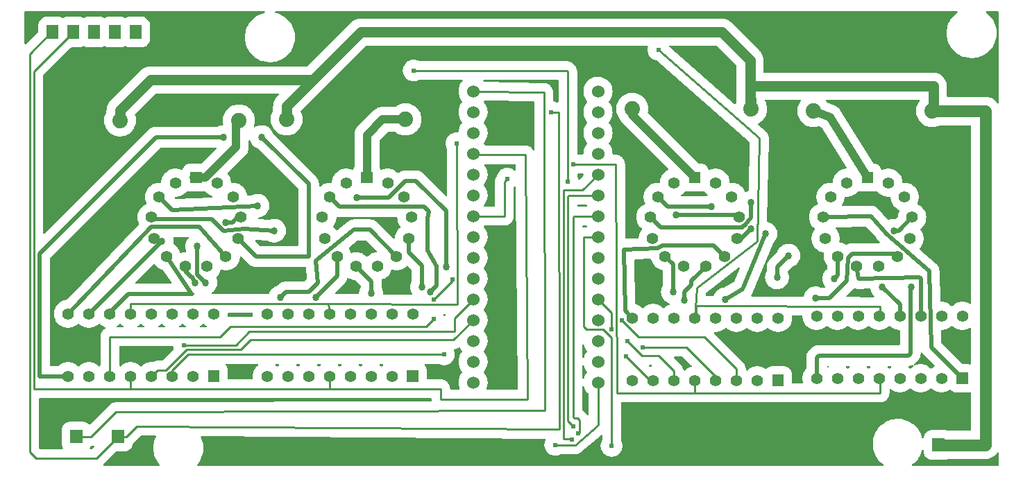
<source format=gbl>
G04 Layer: BottomLayer*
G04 EasyEDA v6.4.16, 2021-07-30T14:07:32--5:00*
G04 5f12effaa85148b9a48170333d93dde8,a06e18dc318348aaad0c553491c65e39,10*
G04 Gerber Generator version 0.2*
G04 Scale: 100 percent, Rotated: No, Reflected: No *
G04 Dimensions in inches *
G04 leading zeros omitted , absolute positions ,3 integer and 6 decimal *
%FSLAX36Y36*%
%MOIN*%

%ADD10C,0.0100*%
%ADD11C,0.0200*%
%ADD13C,0.0340*%
%ADD14C,0.0240*%
%ADD15C,0.0740*%
%ADD17C,0.0551*%
%ADD21C,0.0550*%
%ADD22C,0.0600*%
%ADD23C,0.0572*%
%ADD24C,0.0400*%
%ADD25C,0.0494*%

%LPD*%
G36*
X2867140Y2660100D02*
G01*
X2865400Y2660500D01*
X2859580Y2663279D01*
X2852160Y2665820D01*
X2851139Y2666700D01*
X2850460Y2667880D01*
X2850240Y2669220D01*
X2850100Y2710100D01*
X2850040Y2712140D01*
X2849720Y2715840D01*
X2849420Y2717760D01*
X2848639Y2721400D01*
X2848100Y2723260D01*
X2846860Y2726780D01*
X2846100Y2728560D01*
X2844440Y2731880D01*
X2843440Y2733580D01*
X2841380Y2736660D01*
X2840200Y2738200D01*
X2837740Y2741000D01*
X2836380Y2742400D01*
X2833600Y2744860D01*
X2832080Y2746060D01*
X2829000Y2748180D01*
X2827340Y2749180D01*
X2824040Y2750880D01*
X2822240Y2751660D01*
X2818759Y2752940D01*
X2816900Y2753500D01*
X2813279Y2754340D01*
X2811340Y2754640D01*
X2807640Y2755020D01*
X2521020Y2759280D01*
X2519420Y2759640D01*
X2518080Y2760640D01*
X2515780Y2763260D01*
X2515020Y2764560D01*
X2514780Y2766080D01*
X2515140Y2767540D01*
X2516020Y2768780D01*
X2517300Y2769620D01*
X2518780Y2769900D01*
X2870899Y2769900D01*
X2872440Y2769600D01*
X2873720Y2768720D01*
X2874600Y2767440D01*
X2874900Y2765899D01*
X2874900Y2664100D01*
X2874600Y2662559D01*
X2873720Y2661280D01*
X2872440Y2660400D01*
X2870899Y2660100D01*
G37*

%LPD*%
G36*
X3724260Y2652919D02*
G01*
X3722740Y2653120D01*
X3721400Y2653900D01*
X3408360Y2928200D01*
X3407400Y2929480D01*
X3407000Y2931040D01*
X3407260Y2932620D01*
X3408100Y2933980D01*
X3409420Y2934900D01*
X3411000Y2935220D01*
X3631500Y2935220D01*
X3633039Y2934920D01*
X3634340Y2934040D01*
X3729040Y2839340D01*
X3729920Y2838039D01*
X3730220Y2836500D01*
X3730220Y2662540D01*
X3729840Y2660820D01*
X3729200Y2659500D01*
X3727799Y2655560D01*
X3727000Y2654240D01*
X3725760Y2653300D01*
G37*

%LPD*%
G36*
X2756280Y2431780D02*
G01*
X2754700Y2432340D01*
X2753480Y2433520D01*
X2751240Y2436840D01*
X2749760Y2438740D01*
X2747600Y2441160D01*
X2745880Y2442860D01*
X2743440Y2445000D01*
X2741520Y2446480D01*
X2738820Y2448300D01*
X2736740Y2449520D01*
X2733840Y2450980D01*
X2731620Y2451920D01*
X2728560Y2453020D01*
X2726240Y2453680D01*
X2723060Y2454380D01*
X2720659Y2454740D01*
X2717440Y2455040D01*
X2714940Y2455100D01*
X2524440Y2455100D01*
X2523200Y2455300D01*
X2522080Y2455880D01*
X2521180Y2456780D01*
X2519960Y2458500D01*
X2516580Y2462360D01*
X2515840Y2463580D01*
X2515580Y2465000D01*
X2515840Y2466420D01*
X2516580Y2467640D01*
X2519960Y2471500D01*
X2524140Y2477380D01*
X2527700Y2483660D01*
X2530580Y2490280D01*
X2532780Y2497140D01*
X2534260Y2504220D01*
X2535000Y2511400D01*
X2535000Y2518600D01*
X2534260Y2525780D01*
X2532780Y2532860D01*
X2530580Y2539720D01*
X2527700Y2546340D01*
X2524140Y2552620D01*
X2519960Y2558500D01*
X2516580Y2562360D01*
X2515840Y2563580D01*
X2515580Y2565000D01*
X2515840Y2566420D01*
X2516580Y2567640D01*
X2519960Y2571500D01*
X2524140Y2577380D01*
X2527700Y2583660D01*
X2530580Y2590280D01*
X2532780Y2597140D01*
X2534260Y2604220D01*
X2535000Y2611400D01*
X2535000Y2618600D01*
X2534260Y2625779D01*
X2532780Y2632860D01*
X2530580Y2639720D01*
X2527700Y2646340D01*
X2524140Y2652620D01*
X2519960Y2658500D01*
X2516580Y2662360D01*
X2515840Y2663580D01*
X2515580Y2665000D01*
X2515840Y2666420D01*
X2516660Y2667740D01*
X2518040Y2668740D01*
X2519720Y2669100D01*
X2756120Y2665620D01*
X2757620Y2665299D01*
X2758900Y2664420D01*
X2759760Y2663140D01*
X2760059Y2661620D01*
X2760800Y2435760D01*
X2760440Y2434100D01*
X2759440Y2432740D01*
X2757960Y2431920D01*
G37*

%LPD*%
G36*
X2974200Y2289780D02*
G01*
X2972600Y2290180D01*
X2971300Y2291180D01*
X2970520Y2292620D01*
X2968840Y2298140D01*
X2966340Y2303780D01*
X2965240Y2305940D01*
X2965100Y2306980D01*
X2965100Y2314460D01*
X2965380Y2315920D01*
X2966180Y2317180D01*
X2967380Y2318060D01*
X2970400Y2319500D01*
X2972140Y2319900D01*
X2991000Y2319900D01*
X2992520Y2319600D01*
X2993820Y2318720D01*
X2994700Y2317440D01*
X2995000Y2315900D01*
X2995000Y2311400D01*
X2994840Y2309160D01*
X2993900Y2307680D01*
X2977180Y2290960D01*
X2975800Y2290060D01*
G37*

%LPD*%
G36*
X3467620Y2210100D02*
G01*
X3465960Y2210460D01*
X3464600Y2211480D01*
X3463780Y2212960D01*
X3463660Y2214660D01*
X3464240Y2216240D01*
X3465440Y2217460D01*
X3469760Y2220260D01*
X3475260Y2224720D01*
X3480280Y2229740D01*
X3483600Y2233820D01*
X3484840Y2234840D01*
X3486380Y2235300D01*
X3487980Y2235100D01*
X3492060Y2233720D01*
X3497200Y2232700D01*
X3502580Y2232340D01*
X3557420Y2232340D01*
X3562799Y2232700D01*
X3567940Y2233720D01*
X3572020Y2235100D01*
X3573620Y2235300D01*
X3575160Y2234840D01*
X3576400Y2233820D01*
X3579720Y2229740D01*
X3584720Y2224720D01*
X3590460Y2220080D01*
X3591520Y2218780D01*
X3591960Y2217160D01*
X3591660Y2215500D01*
X3590720Y2214100D01*
X3589300Y2213200D01*
X3583279Y2210460D01*
X3581620Y2210100D01*
G37*

%LPD*%
G36*
X1040500Y2196200D02*
G01*
X1038860Y2196460D01*
X1037480Y2197380D01*
X1034240Y2200620D01*
X1033379Y2201880D01*
X1033060Y2203380D01*
X1033319Y2204880D01*
X1034140Y2206180D01*
X1035380Y2207080D01*
X1036860Y2207440D01*
X1042080Y2207720D01*
X1049060Y2208820D01*
X1055900Y2210660D01*
X1062520Y2213200D01*
X1068820Y2216400D01*
X1074760Y2220260D01*
X1080260Y2224720D01*
X1085280Y2229740D01*
X1088600Y2233820D01*
X1089840Y2234840D01*
X1091380Y2235300D01*
X1092980Y2235100D01*
X1097060Y2233720D01*
X1102200Y2232700D01*
X1107580Y2232340D01*
X1162420Y2232340D01*
X1167800Y2232700D01*
X1172940Y2233720D01*
X1177020Y2235100D01*
X1178620Y2235300D01*
X1180160Y2234840D01*
X1181400Y2233820D01*
X1184720Y2229740D01*
X1189740Y2224720D01*
X1195240Y2220260D01*
X1201180Y2216400D01*
X1207480Y2213200D01*
X1210240Y2212140D01*
X1211560Y2211320D01*
X1212460Y2210060D01*
X1212800Y2208540D01*
X1212560Y2207020D01*
X1211760Y2205700D01*
X1210500Y2204780D01*
X1209000Y2204400D01*
G37*

%LPD*%
G36*
X2520360Y2160100D02*
G01*
X2518720Y2160460D01*
X2517360Y2161460D01*
X2516580Y2162360D01*
X2515840Y2163580D01*
X2515580Y2165000D01*
X2515840Y2166420D01*
X2516580Y2167640D01*
X2519960Y2171500D01*
X2524140Y2177380D01*
X2527700Y2183660D01*
X2530580Y2190280D01*
X2532780Y2197140D01*
X2534260Y2204220D01*
X2535000Y2211400D01*
X2535000Y2218600D01*
X2534260Y2225780D01*
X2532780Y2232860D01*
X2530580Y2239720D01*
X2527700Y2246340D01*
X2524140Y2252620D01*
X2519960Y2258500D01*
X2516580Y2262360D01*
X2515840Y2263580D01*
X2515580Y2265000D01*
X2515840Y2266420D01*
X2516580Y2267640D01*
X2519960Y2271500D01*
X2524140Y2277380D01*
X2527700Y2283660D01*
X2530580Y2290280D01*
X2532780Y2297140D01*
X2534260Y2304220D01*
X2535000Y2311400D01*
X2535000Y2318600D01*
X2534260Y2325780D01*
X2532780Y2332860D01*
X2530580Y2339720D01*
X2527700Y2346340D01*
X2524140Y2352620D01*
X2519900Y2358580D01*
X2519240Y2360180D01*
X2519300Y2361920D01*
X2520100Y2363460D01*
X2521460Y2364520D01*
X2523160Y2364900D01*
X2666320Y2364900D01*
X2667840Y2364600D01*
X2669140Y2363740D01*
X2670000Y2362460D01*
X2670320Y2360940D01*
X2670520Y2337520D01*
X2670240Y2336040D01*
X2669460Y2334780D01*
X2668260Y2333880D01*
X2666800Y2333500D01*
X2665320Y2333680D01*
X2664000Y2334380D01*
X2660360Y2337320D01*
X2655160Y2340620D01*
X2649580Y2343280D01*
X2643740Y2345260D01*
X2637700Y2346520D01*
X2631540Y2347080D01*
X2625380Y2346880D01*
X2619280Y2345980D01*
X2613320Y2344340D01*
X2607600Y2342020D01*
X2602200Y2339040D01*
X2597180Y2335460D01*
X2592620Y2331280D01*
X2588600Y2326600D01*
X2585140Y2321500D01*
X2582320Y2316000D01*
X2580179Y2310220D01*
X2579820Y2308760D01*
X2579080Y2307240D01*
X2578519Y2306520D01*
X2576139Y2302900D01*
X2573580Y2297860D01*
X2571680Y2292520D01*
X2571340Y2291280D01*
X2570440Y2287000D01*
X2570260Y2285720D01*
X2569920Y2281360D01*
X2569900Y2164100D01*
X2569600Y2162560D01*
X2568720Y2161280D01*
X2567440Y2160400D01*
X2565899Y2160100D01*
G37*

%LPD*%
G36*
X2969100Y2160100D02*
G01*
X2967559Y2160400D01*
X2966280Y2161280D01*
X2965400Y2162560D01*
X2965100Y2164100D01*
X2965100Y2165900D01*
X2965400Y2167440D01*
X2966280Y2168720D01*
X2967559Y2169600D01*
X2969100Y2169900D01*
X3009640Y2169900D01*
X3011280Y2169540D01*
X3012640Y2168540D01*
X3013420Y2167640D01*
X3014160Y2166420D01*
X3014420Y2165000D01*
X3014160Y2163580D01*
X3013420Y2162360D01*
X3012640Y2161460D01*
X3011280Y2160460D01*
X3009640Y2160100D01*
G37*

%LPD*%
G36*
X4461140Y2097140D02*
G01*
X4459500Y2097480D01*
X4458140Y2098440D01*
X4412020Y2148760D01*
X4407580Y2153060D01*
X4402760Y2156700D01*
X4397520Y2159740D01*
X4391960Y2162140D01*
X4386160Y2163840D01*
X4380200Y2164820D01*
X4373780Y2165080D01*
X4240900Y2162180D01*
X4239220Y2162520D01*
X4237820Y2163540D01*
X4236980Y2165040D01*
X4236860Y2166760D01*
X4237460Y2168360D01*
X4240600Y2173180D01*
X4243800Y2179480D01*
X4246340Y2186100D01*
X4248180Y2192940D01*
X4249280Y2199920D01*
X4249500Y2203900D01*
X4249880Y2205400D01*
X4250800Y2206660D01*
X4252160Y2207460D01*
X4253700Y2207680D01*
X4260000Y2207340D01*
X4267080Y2207720D01*
X4274060Y2208820D01*
X4280900Y2210660D01*
X4287520Y2213200D01*
X4293820Y2216400D01*
X4299760Y2220260D01*
X4305260Y2224720D01*
X4310280Y2229740D01*
X4313600Y2233820D01*
X4314840Y2234840D01*
X4316380Y2235300D01*
X4317980Y2235100D01*
X4322060Y2233720D01*
X4327200Y2232700D01*
X4332580Y2232340D01*
X4387420Y2232340D01*
X4392800Y2232700D01*
X4397940Y2233720D01*
X4402020Y2235100D01*
X4403620Y2235300D01*
X4405160Y2234840D01*
X4406400Y2233820D01*
X4409720Y2229740D01*
X4414740Y2224720D01*
X4420240Y2220260D01*
X4426180Y2216400D01*
X4432480Y2213200D01*
X4439100Y2210660D01*
X4445940Y2208820D01*
X4452920Y2207720D01*
X4460000Y2207340D01*
X4466300Y2207680D01*
X4467840Y2207460D01*
X4469200Y2206660D01*
X4470120Y2205400D01*
X4470500Y2203900D01*
X4470720Y2199920D01*
X4471820Y2192940D01*
X4473660Y2186100D01*
X4476200Y2179480D01*
X4479400Y2173180D01*
X4483260Y2167240D01*
X4487720Y2161740D01*
X4492740Y2156720D01*
X4498240Y2152260D01*
X4504180Y2148400D01*
X4510480Y2145200D01*
X4511460Y2144820D01*
X4512860Y2143920D01*
X4513760Y2142520D01*
X4514020Y2140880D01*
X4513600Y2139260D01*
X4512200Y2136520D01*
X4509660Y2129900D01*
X4507820Y2123060D01*
X4506720Y2116080D01*
X4506600Y2113900D01*
X4506260Y2112500D01*
X4505440Y2111280D01*
X4496680Y2102520D01*
X4495680Y2101800D01*
X4494520Y2101420D01*
X4493280Y2101400D01*
X4489880Y2101880D01*
X4483360Y2102080D01*
X4476880Y2101520D01*
X4470480Y2100220D01*
X4464280Y2098200D01*
X4462760Y2097500D01*
G37*

%LPD*%
G36*
X2994220Y2060080D02*
G01*
X2992660Y2060340D01*
X2991320Y2061200D01*
X2990419Y2062520D01*
X2990100Y2064079D01*
X2990100Y2065900D01*
X2990400Y2067440D01*
X2991280Y2068720D01*
X2992559Y2069600D01*
X2994100Y2069900D01*
X3009640Y2069900D01*
X3011280Y2069540D01*
X3012640Y2068540D01*
X3013420Y2067660D01*
X3014180Y2066380D01*
X3014400Y2064920D01*
X3014100Y2063460D01*
X3013279Y2062220D01*
X3012380Y2061300D01*
X3011080Y2060420D01*
X3009520Y2060100D01*
G37*

%LPD*%
G36*
X2085480Y2006960D02*
G01*
X2083980Y2007280D01*
X2082720Y2008140D01*
X2006620Y2084240D01*
X2004379Y2086339D01*
X2002040Y2088280D01*
X1999600Y2090080D01*
X1997060Y2091720D01*
X1994440Y2093200D01*
X1991720Y2094540D01*
X1988920Y2095700D01*
X1986060Y2096680D01*
X1983140Y2097500D01*
X1980180Y2098120D01*
X1977180Y2098580D01*
X1974180Y2098860D01*
X1971080Y2098940D01*
X1894660Y2098940D01*
X1890820Y2098800D01*
X1888560Y2098580D01*
X1884820Y2098000D01*
X1882620Y2097500D01*
X1878980Y2096459D01*
X1876840Y2095700D01*
X1873360Y2094220D01*
X1871320Y2093220D01*
X1868040Y2091339D01*
X1866140Y2090100D01*
X1863080Y2087800D01*
X1812600Y2047100D01*
X1811220Y2046380D01*
X1809660Y2046240D01*
X1808180Y2046699D01*
X1806980Y2047700D01*
X1803280Y2052260D01*
X1798260Y2057280D01*
X1793500Y2061140D01*
X1792520Y2062340D01*
X1792040Y2063820D01*
X1792200Y2065380D01*
X1792920Y2066759D01*
X1795740Y2070240D01*
X1799600Y2076180D01*
X1802800Y2082480D01*
X1805340Y2089100D01*
X1807180Y2095940D01*
X1808280Y2102920D01*
X1808520Y2107360D01*
X1808980Y2109020D01*
X1810080Y2110340D01*
X1811639Y2111060D01*
X1813360Y2111060D01*
X1814960Y2110720D01*
X1817960Y2110260D01*
X1820980Y2110000D01*
X1824060Y2109900D01*
X2097500Y2109900D01*
X2098980Y2109620D01*
X2100260Y2108800D01*
X2101140Y2107580D01*
X2101500Y2106100D01*
X2101720Y2101920D01*
X2102820Y2094940D01*
X2104660Y2088100D01*
X2107200Y2081480D01*
X2110400Y2075180D01*
X2114260Y2069240D01*
X2116600Y2066360D01*
X2117320Y2064980D01*
X2117460Y2063420D01*
X2117000Y2061940D01*
X2116000Y2060740D01*
X2111740Y2057280D01*
X2106720Y2052260D01*
X2102260Y2046759D01*
X2098400Y2040820D01*
X2095200Y2034520D01*
X2092660Y2027900D01*
X2090820Y2021060D01*
X2089720Y2014079D01*
X2089540Y2010760D01*
X2089180Y2009280D01*
X2088280Y2008040D01*
X2086980Y2007220D01*
G37*

%LPD*%
G36*
X3200840Y2005460D02*
G01*
X3199280Y2005720D01*
X3197940Y2006579D01*
X3197040Y2007880D01*
X3196720Y2009440D01*
X3195100Y2365140D01*
X3195000Y2367820D01*
X3194720Y2370860D01*
X3194300Y2373440D01*
X3193620Y2376420D01*
X3192900Y2378920D01*
X3191860Y2381800D01*
X3190800Y2384200D01*
X3189420Y2386920D01*
X3188080Y2389160D01*
X3186360Y2391680D01*
X3184760Y2393740D01*
X3182720Y2396020D01*
X3180880Y2397860D01*
X3178580Y2399880D01*
X3176520Y2401480D01*
X3173980Y2403200D01*
X3171740Y2404520D01*
X3169000Y2405900D01*
X3166620Y2406920D01*
X3163740Y2407960D01*
X3161220Y2408680D01*
X3158240Y2409340D01*
X3155659Y2409740D01*
X3152620Y2410020D01*
X3149940Y2410100D01*
X3139060Y2410100D01*
X3137480Y2410420D01*
X3136160Y2411340D01*
X3135299Y2412720D01*
X3135059Y2414300D01*
X3135100Y2415000D01*
X3134720Y2422200D01*
X3133620Y2429340D01*
X3131780Y2436320D01*
X3129220Y2443060D01*
X3126000Y2449520D01*
X3122120Y2455620D01*
X3117660Y2461280D01*
X3116740Y2462200D01*
X3115899Y2463500D01*
X3115600Y2465000D01*
X3115899Y2466500D01*
X3116740Y2467800D01*
X3117660Y2468720D01*
X3122120Y2474380D01*
X3126000Y2480480D01*
X3129220Y2486940D01*
X3131780Y2493680D01*
X3133620Y2500660D01*
X3134720Y2507800D01*
X3135100Y2515000D01*
X3134720Y2522200D01*
X3133620Y2529340D01*
X3131780Y2536320D01*
X3129220Y2543060D01*
X3126000Y2549520D01*
X3122120Y2555620D01*
X3117660Y2561280D01*
X3116740Y2562200D01*
X3115899Y2563500D01*
X3115600Y2565000D01*
X3115899Y2566500D01*
X3116740Y2567799D01*
X3117660Y2568720D01*
X3122120Y2574380D01*
X3126000Y2580480D01*
X3129220Y2586940D01*
X3131780Y2593680D01*
X3133620Y2600659D01*
X3134720Y2607799D01*
X3135100Y2615000D01*
X3134720Y2622200D01*
X3133620Y2629340D01*
X3131780Y2636320D01*
X3129220Y2643060D01*
X3126000Y2649520D01*
X3122120Y2655620D01*
X3117660Y2661280D01*
X3116740Y2662200D01*
X3115899Y2663500D01*
X3115600Y2665000D01*
X3115899Y2666500D01*
X3116740Y2667799D01*
X3117660Y2668720D01*
X3122120Y2674380D01*
X3126000Y2680480D01*
X3129220Y2686940D01*
X3131780Y2693680D01*
X3133620Y2700659D01*
X3134720Y2707799D01*
X3135100Y2715000D01*
X3134720Y2722200D01*
X3133620Y2729340D01*
X3131780Y2736320D01*
X3129220Y2743060D01*
X3126000Y2749520D01*
X3122120Y2755620D01*
X3117660Y2761280D01*
X3112620Y2766440D01*
X3107080Y2771060D01*
X3101080Y2775100D01*
X3094720Y2778480D01*
X3088020Y2781200D01*
X3081100Y2783220D01*
X3074000Y2784520D01*
X3066800Y2785080D01*
X3059600Y2784880D01*
X3052440Y2783960D01*
X3045400Y2782300D01*
X3038600Y2779940D01*
X3032060Y2776880D01*
X3025880Y2773159D01*
X3020100Y2768820D01*
X3014800Y2763920D01*
X3010040Y2758500D01*
X3005860Y2752620D01*
X3002300Y2746340D01*
X2999420Y2739720D01*
X2997220Y2732860D01*
X2995740Y2725779D01*
X2995000Y2718600D01*
X2995000Y2711400D01*
X2995740Y2704220D01*
X2997220Y2697140D01*
X2999420Y2690280D01*
X3002300Y2683660D01*
X3005860Y2677380D01*
X3010040Y2671500D01*
X3013420Y2667640D01*
X3014160Y2666420D01*
X3014420Y2665000D01*
X3014160Y2663580D01*
X3013420Y2662360D01*
X3010040Y2658500D01*
X3005860Y2652620D01*
X3002300Y2646340D01*
X2999420Y2639720D01*
X2997220Y2632860D01*
X2995740Y2625779D01*
X2995000Y2618600D01*
X2995000Y2611400D01*
X2995740Y2604220D01*
X2997220Y2597140D01*
X2999420Y2590280D01*
X3002300Y2583660D01*
X3005860Y2577380D01*
X3010040Y2571500D01*
X3013420Y2567640D01*
X3014160Y2566420D01*
X3014420Y2565000D01*
X3014160Y2563580D01*
X3013420Y2562360D01*
X3010040Y2558500D01*
X3005860Y2552620D01*
X3002300Y2546340D01*
X2999420Y2539720D01*
X2997220Y2532860D01*
X2995740Y2525780D01*
X2995000Y2518600D01*
X2995000Y2511400D01*
X2995740Y2504220D01*
X2997220Y2497140D01*
X2999420Y2490280D01*
X3002300Y2483660D01*
X3005860Y2477380D01*
X3010040Y2471500D01*
X3013420Y2467640D01*
X3014160Y2466420D01*
X3014420Y2465000D01*
X3014160Y2463580D01*
X3013420Y2462360D01*
X3010040Y2458500D01*
X3005860Y2452620D01*
X3002300Y2446340D01*
X2999420Y2439720D01*
X2997220Y2432860D01*
X2995740Y2425780D01*
X2995000Y2418600D01*
X2995000Y2414100D01*
X2994700Y2412560D01*
X2993820Y2411280D01*
X2992520Y2410400D01*
X2991000Y2410100D01*
X2972140Y2410100D01*
X2970400Y2410500D01*
X2967380Y2411940D01*
X2966180Y2412820D01*
X2965380Y2414080D01*
X2965100Y2415540D01*
X2965080Y2811360D01*
X2964740Y2815720D01*
X2964560Y2817000D01*
X2963660Y2821280D01*
X2963320Y2822520D01*
X2961420Y2827860D01*
X2958860Y2832900D01*
X2955680Y2837600D01*
X2952840Y2840920D01*
X2945899Y2847840D01*
X2942600Y2850680D01*
X2937900Y2853860D01*
X2932860Y2856420D01*
X2927520Y2858320D01*
X2926280Y2858660D01*
X2922000Y2859560D01*
X2920720Y2859740D01*
X2916360Y2860080D01*
X2207140Y2860100D01*
X2205400Y2860500D01*
X2199580Y2863279D01*
X2193740Y2865260D01*
X2187700Y2866520D01*
X2181540Y2867080D01*
X2175380Y2866880D01*
X2169280Y2865980D01*
X2163320Y2864340D01*
X2157600Y2862020D01*
X2152200Y2859040D01*
X2147180Y2855460D01*
X2142620Y2851280D01*
X2138600Y2846600D01*
X2135140Y2841500D01*
X2132320Y2836000D01*
X2130180Y2830220D01*
X2128720Y2824220D01*
X2128000Y2818080D01*
X2128000Y2811920D01*
X2128720Y2805779D01*
X2130180Y2799780D01*
X2132320Y2794000D01*
X2135140Y2788500D01*
X2138600Y2783380D01*
X2142620Y2778720D01*
X2147180Y2774540D01*
X2152200Y2770960D01*
X2157600Y2767980D01*
X2163320Y2765659D01*
X2169280Y2764020D01*
X2175380Y2763120D01*
X2181540Y2762919D01*
X2187700Y2763480D01*
X2193740Y2764740D01*
X2199580Y2766720D01*
X2205400Y2769500D01*
X2207140Y2769900D01*
X2411280Y2769900D01*
X2412800Y2769600D01*
X2414080Y2768740D01*
X2414960Y2767460D01*
X2415280Y2765940D01*
X2414980Y2764400D01*
X2414140Y2763100D01*
X2412340Y2761280D01*
X2407880Y2755620D01*
X2404000Y2749520D01*
X2400780Y2743060D01*
X2398220Y2736320D01*
X2396380Y2729340D01*
X2395280Y2722200D01*
X2394900Y2715000D01*
X2395280Y2707799D01*
X2396380Y2700659D01*
X2398220Y2693680D01*
X2400780Y2686940D01*
X2404000Y2680480D01*
X2407880Y2674380D01*
X2412340Y2668720D01*
X2413260Y2667799D01*
X2414100Y2666500D01*
X2414400Y2665000D01*
X2414100Y2663500D01*
X2413260Y2662200D01*
X2412340Y2661280D01*
X2407880Y2655620D01*
X2404000Y2649520D01*
X2400780Y2643060D01*
X2398220Y2636320D01*
X2396380Y2629340D01*
X2395280Y2622200D01*
X2394900Y2615000D01*
X2395280Y2607799D01*
X2396380Y2600659D01*
X2398220Y2593680D01*
X2400780Y2586940D01*
X2404000Y2580480D01*
X2407880Y2574380D01*
X2412340Y2568720D01*
X2413260Y2567799D01*
X2414100Y2566500D01*
X2414400Y2565000D01*
X2414100Y2563500D01*
X2413260Y2562200D01*
X2412340Y2561280D01*
X2407880Y2555620D01*
X2404000Y2549520D01*
X2400780Y2543060D01*
X2398220Y2536320D01*
X2396380Y2529340D01*
X2395280Y2522200D01*
X2395180Y2520460D01*
X2394780Y2518920D01*
X2393820Y2517660D01*
X2392420Y2516860D01*
X2390840Y2516680D01*
X2386540Y2517080D01*
X2380380Y2516880D01*
X2374280Y2515980D01*
X2368320Y2514340D01*
X2362600Y2512020D01*
X2357200Y2509040D01*
X2352180Y2505460D01*
X2347620Y2501280D01*
X2343600Y2496600D01*
X2340140Y2491500D01*
X2337320Y2486000D01*
X2335180Y2480220D01*
X2333720Y2474220D01*
X2333000Y2468080D01*
X2333000Y2461920D01*
X2333720Y2455780D01*
X2335180Y2449780D01*
X2337320Y2444000D01*
X2339460Y2439840D01*
X2339780Y2438960D01*
X2339900Y2438020D01*
X2339900Y2414680D01*
X2341280Y2214260D01*
X2340980Y2212720D01*
X2340120Y2211420D01*
X2338820Y2210540D01*
X2337300Y2210220D01*
X2335760Y2210520D01*
X2334460Y2211400D01*
X2225460Y2320380D01*
X2223220Y2322500D01*
X2220900Y2324440D01*
X2218460Y2326220D01*
X2215920Y2327880D01*
X2213280Y2329360D01*
X2210560Y2330680D01*
X2207760Y2331840D01*
X2204900Y2332820D01*
X2201980Y2333640D01*
X2199040Y2334280D01*
X2196040Y2334740D01*
X2193020Y2335000D01*
X2189940Y2335100D01*
X2140060Y2335100D01*
X2136980Y2335000D01*
X2133960Y2334740D01*
X2130960Y2334280D01*
X2128020Y2333640D01*
X2125100Y2332820D01*
X2122240Y2331840D01*
X2119440Y2330680D01*
X2116720Y2329360D01*
X2114080Y2327880D01*
X2111540Y2326220D01*
X2109100Y2324440D01*
X2107560Y2323140D01*
X2106260Y2322420D01*
X2104800Y2322220D01*
X2103380Y2322560D01*
X2102160Y2323380D01*
X2100260Y2325280D01*
X2094760Y2329740D01*
X2088820Y2333600D01*
X2082520Y2336800D01*
X2075900Y2339340D01*
X2069060Y2341180D01*
X2062080Y2342280D01*
X2055000Y2342660D01*
X2047920Y2342280D01*
X2040940Y2341180D01*
X2034100Y2339340D01*
X2027480Y2336800D01*
X2026639Y2336380D01*
X2025000Y2335940D01*
X2023320Y2336240D01*
X2021920Y2337200D01*
X2021040Y2338660D01*
X2019600Y2342900D01*
X2017280Y2347600D01*
X2015780Y2349860D01*
X2015280Y2350920D01*
X2015100Y2352080D01*
X2015100Y2478440D01*
X2015400Y2479980D01*
X2016279Y2481280D01*
X2053720Y2518720D01*
X2055020Y2519600D01*
X2056560Y2519900D01*
X2090880Y2519900D01*
X2092140Y2519700D01*
X2093260Y2519120D01*
X2097600Y2515900D01*
X2104100Y2512000D01*
X2110940Y2508780D01*
X2118060Y2506220D01*
X2125400Y2504380D01*
X2132880Y2503280D01*
X2140440Y2502900D01*
X2147980Y2503280D01*
X2155480Y2504380D01*
X2162820Y2506220D01*
X2169940Y2508780D01*
X2176780Y2512000D01*
X2183260Y2515900D01*
X2189340Y2520400D01*
X2194940Y2525480D01*
X2200020Y2531100D01*
X2204540Y2537160D01*
X2208420Y2543660D01*
X2211660Y2550500D01*
X2214200Y2557620D01*
X2216040Y2564960D01*
X2217160Y2572440D01*
X2217520Y2580000D01*
X2217160Y2587559D01*
X2216040Y2595040D01*
X2214200Y2602380D01*
X2211660Y2609500D01*
X2208420Y2616340D01*
X2204540Y2622840D01*
X2200020Y2628900D01*
X2194940Y2634520D01*
X2189340Y2639600D01*
X2183260Y2644100D01*
X2176780Y2648000D01*
X2169940Y2651220D01*
X2162820Y2653780D01*
X2155480Y2655620D01*
X2147980Y2656720D01*
X2140440Y2657100D01*
X2132880Y2656720D01*
X2125400Y2655620D01*
X2118060Y2653780D01*
X2110940Y2651220D01*
X2104100Y2648000D01*
X2097600Y2644100D01*
X2093260Y2640880D01*
X2092140Y2640299D01*
X2090880Y2640100D01*
X2028420Y2640080D01*
X2023440Y2639740D01*
X2021940Y2639560D01*
X2017020Y2638680D01*
X2015540Y2638340D01*
X2010760Y2636940D01*
X2009319Y2636440D01*
X2004720Y2634520D01*
X2003340Y2633860D01*
X1998959Y2631460D01*
X1997680Y2630659D01*
X1993580Y2627820D01*
X1992380Y2626880D01*
X1988640Y2623600D01*
X1911399Y2546360D01*
X1908120Y2542620D01*
X1907180Y2541420D01*
X1904340Y2537320D01*
X1903540Y2536040D01*
X1901140Y2531660D01*
X1900480Y2530280D01*
X1898560Y2525680D01*
X1898060Y2524240D01*
X1896660Y2519460D01*
X1896320Y2517980D01*
X1895440Y2513060D01*
X1895260Y2511560D01*
X1894920Y2506580D01*
X1894900Y2352080D01*
X1894720Y2350920D01*
X1894220Y2349860D01*
X1892720Y2347600D01*
X1890400Y2342900D01*
X1888959Y2338660D01*
X1888080Y2337200D01*
X1886680Y2336240D01*
X1885000Y2335940D01*
X1883360Y2336380D01*
X1882520Y2336800D01*
X1875900Y2339340D01*
X1869060Y2341180D01*
X1862080Y2342280D01*
X1855000Y2342660D01*
X1847920Y2342280D01*
X1840940Y2341180D01*
X1834100Y2339340D01*
X1827480Y2336800D01*
X1821180Y2333600D01*
X1815240Y2329740D01*
X1809740Y2325280D01*
X1804720Y2320260D01*
X1800260Y2314760D01*
X1796399Y2308820D01*
X1793200Y2302520D01*
X1790660Y2295900D01*
X1788820Y2289060D01*
X1787720Y2282080D01*
X1787500Y2278100D01*
X1787120Y2276600D01*
X1786200Y2275340D01*
X1784840Y2274540D01*
X1783300Y2274320D01*
X1777000Y2274660D01*
X1769920Y2274280D01*
X1762940Y2273180D01*
X1756100Y2271340D01*
X1749480Y2268800D01*
X1743180Y2265600D01*
X1737240Y2261740D01*
X1731620Y2257180D01*
X1730300Y2256480D01*
X1728820Y2256300D01*
X1727380Y2256680D01*
X1726180Y2257560D01*
X1725380Y2258820D01*
X1725100Y2260300D01*
X1725100Y2269940D01*
X1725000Y2273020D01*
X1724740Y2276040D01*
X1724280Y2279040D01*
X1723640Y2281980D01*
X1722820Y2284900D01*
X1721840Y2287760D01*
X1720680Y2290560D01*
X1719360Y2293280D01*
X1717880Y2295920D01*
X1716220Y2298460D01*
X1714440Y2300900D01*
X1712500Y2303220D01*
X1710380Y2305460D01*
X1505380Y2510480D01*
X1504760Y2511260D01*
X1504360Y2512180D01*
X1503779Y2514180D01*
X1501240Y2520200D01*
X1498040Y2525860D01*
X1494199Y2531140D01*
X1489800Y2535940D01*
X1484860Y2540220D01*
X1479480Y2543900D01*
X1473720Y2546940D01*
X1467640Y2549300D01*
X1461339Y2550960D01*
X1454880Y2551880D01*
X1448360Y2552080D01*
X1441879Y2551520D01*
X1435480Y2550220D01*
X1429280Y2548200D01*
X1423360Y2545500D01*
X1418060Y2542300D01*
X1416519Y2541760D01*
X1414900Y2541880D01*
X1413460Y2542620D01*
X1412440Y2543900D01*
X1412000Y2545460D01*
X1412220Y2547080D01*
X1414199Y2552620D01*
X1416040Y2559960D01*
X1417160Y2567440D01*
X1417520Y2575000D01*
X1417160Y2582559D01*
X1416040Y2590040D01*
X1414199Y2597380D01*
X1411660Y2604500D01*
X1408420Y2611340D01*
X1404540Y2617840D01*
X1400020Y2623900D01*
X1394940Y2629520D01*
X1389340Y2634600D01*
X1383260Y2639100D01*
X1376780Y2643000D01*
X1369940Y2646220D01*
X1362820Y2648780D01*
X1355480Y2650620D01*
X1347980Y2651720D01*
X1340440Y2652100D01*
X1332880Y2651720D01*
X1325400Y2650620D01*
X1318060Y2648780D01*
X1310940Y2646220D01*
X1304100Y2643000D01*
X1297600Y2639100D01*
X1291519Y2634600D01*
X1285920Y2629520D01*
X1280840Y2623900D01*
X1276340Y2617840D01*
X1272440Y2611340D01*
X1269200Y2604500D01*
X1266660Y2597380D01*
X1264820Y2590040D01*
X1263700Y2582559D01*
X1263340Y2575000D01*
X1263700Y2567440D01*
X1264820Y2559960D01*
X1265580Y2556920D01*
X1265640Y2555200D01*
X1264960Y2553620D01*
X1263680Y2552460D01*
X1262040Y2551960D01*
X1256880Y2551520D01*
X1250480Y2550220D01*
X1244280Y2548200D01*
X1238280Y2545460D01*
X1236620Y2545100D01*
X942560Y2545100D01*
X939479Y2545000D01*
X936460Y2544740D01*
X933460Y2544280D01*
X930520Y2543640D01*
X927600Y2542820D01*
X924740Y2541840D01*
X921940Y2540680D01*
X919220Y2539360D01*
X916580Y2537880D01*
X914040Y2536220D01*
X911600Y2534440D01*
X909280Y2532500D01*
X907039Y2530380D01*
X406920Y2030280D01*
X405640Y2029420D01*
X404099Y2029100D01*
X402560Y2029420D01*
X401280Y2030280D01*
X400400Y2031579D01*
X400100Y2033100D01*
X400100Y2789660D01*
X400400Y2791200D01*
X401280Y2792500D01*
X534060Y2925280D01*
X535360Y2926139D01*
X536880Y2926440D01*
X572720Y2926440D01*
X578080Y2926800D01*
X583220Y2927820D01*
X588180Y2929500D01*
X593220Y2932000D01*
X594380Y2932380D01*
X595620Y2932380D01*
X596780Y2932000D01*
X601820Y2929500D01*
X606780Y2927820D01*
X611920Y2926800D01*
X617280Y2926440D01*
X672720Y2926440D01*
X678080Y2926800D01*
X683220Y2927820D01*
X688180Y2929500D01*
X693220Y2932000D01*
X694380Y2932380D01*
X695620Y2932380D01*
X696780Y2932000D01*
X701820Y2929500D01*
X706780Y2927820D01*
X711919Y2926800D01*
X717280Y2926440D01*
X772720Y2926440D01*
X778080Y2926800D01*
X783220Y2927820D01*
X788180Y2929500D01*
X793220Y2932000D01*
X794380Y2932380D01*
X795620Y2932380D01*
X796780Y2932000D01*
X801820Y2929500D01*
X806780Y2927820D01*
X811919Y2926800D01*
X817280Y2926440D01*
X872720Y2926440D01*
X878080Y2926800D01*
X883220Y2927820D01*
X888199Y2929520D01*
X892900Y2931820D01*
X897260Y2934740D01*
X901200Y2938200D01*
X904659Y2942140D01*
X907580Y2946500D01*
X909880Y2951200D01*
X911580Y2956180D01*
X912600Y2961320D01*
X912960Y2966680D01*
X912960Y3033320D01*
X912600Y3038680D01*
X911580Y3043820D01*
X909880Y3048800D01*
X907580Y3053500D01*
X904659Y3057860D01*
X901200Y3061800D01*
X897260Y3065260D01*
X892900Y3068180D01*
X888199Y3070480D01*
X883220Y3072180D01*
X878080Y3073200D01*
X872720Y3073540D01*
X817280Y3073540D01*
X811919Y3073200D01*
X806780Y3072180D01*
X801820Y3070500D01*
X796780Y3068000D01*
X795620Y3067620D01*
X794380Y3067620D01*
X793220Y3068000D01*
X788180Y3070500D01*
X783220Y3072180D01*
X778080Y3073200D01*
X772720Y3073540D01*
X717280Y3073540D01*
X711919Y3073200D01*
X706780Y3072180D01*
X701820Y3070500D01*
X696780Y3068000D01*
X695620Y3067620D01*
X694380Y3067620D01*
X693220Y3068000D01*
X688180Y3070500D01*
X683220Y3072180D01*
X678080Y3073200D01*
X672720Y3073540D01*
X617280Y3073540D01*
X611920Y3073200D01*
X606780Y3072180D01*
X601820Y3070500D01*
X596780Y3068000D01*
X595620Y3067620D01*
X594380Y3067620D01*
X593220Y3068000D01*
X588180Y3070500D01*
X583220Y3072180D01*
X578080Y3073200D01*
X572720Y3073540D01*
X517280Y3073540D01*
X511920Y3073200D01*
X506780Y3072180D01*
X501820Y3070500D01*
X496780Y3068000D01*
X495620Y3067620D01*
X494380Y3067620D01*
X493220Y3068000D01*
X488180Y3070500D01*
X483220Y3072180D01*
X478080Y3073200D01*
X472720Y3073540D01*
X417280Y3073540D01*
X411920Y3073200D01*
X406780Y3072180D01*
X401800Y3070480D01*
X397100Y3068180D01*
X392740Y3065260D01*
X388800Y3061800D01*
X385340Y3057860D01*
X382420Y3053500D01*
X380120Y3048800D01*
X378420Y3043820D01*
X377400Y3038680D01*
X377060Y3033320D01*
X377060Y3002480D01*
X376740Y3000960D01*
X375880Y2999660D01*
X318060Y2941840D01*
X316760Y2940960D01*
X315240Y2940659D01*
X313700Y2940960D01*
X312400Y2941820D01*
X311540Y2943120D01*
X311220Y2944640D01*
X310200Y3095880D01*
X310500Y3097420D01*
X311360Y3098720D01*
X312660Y3099600D01*
X314200Y3099900D01*
X1462420Y3099900D01*
X1464060Y3099560D01*
X1465400Y3098580D01*
X1466220Y3097160D01*
X1466399Y3095500D01*
X1465900Y3093920D01*
X1464800Y3092679D01*
X1463300Y3092000D01*
X1459300Y3091100D01*
X1450180Y3088300D01*
X1441300Y3084780D01*
X1432720Y3080560D01*
X1424520Y3075680D01*
X1416740Y3070160D01*
X1409400Y3064040D01*
X1402580Y3057360D01*
X1396320Y3050140D01*
X1390640Y3042460D01*
X1385600Y3034360D01*
X1381220Y3025880D01*
X1377520Y3017080D01*
X1374520Y3008000D01*
X1372260Y2998720D01*
X1370760Y2989300D01*
X1370000Y2979780D01*
X1370000Y2970220D01*
X1370760Y2960700D01*
X1372260Y2951280D01*
X1374520Y2942000D01*
X1377520Y2932919D01*
X1381220Y2924120D01*
X1385600Y2915640D01*
X1390640Y2907540D01*
X1396320Y2899860D01*
X1402580Y2892640D01*
X1409400Y2885960D01*
X1416740Y2879840D01*
X1424520Y2874320D01*
X1432720Y2869440D01*
X1441300Y2865220D01*
X1450180Y2861700D01*
X1459300Y2858900D01*
X1468620Y2856820D01*
X1478080Y2855500D01*
X1487620Y2854920D01*
X1497160Y2855120D01*
X1506660Y2856060D01*
X1516060Y2857760D01*
X1525300Y2860200D01*
X1534300Y2863380D01*
X1543020Y2867240D01*
X1551420Y2871800D01*
X1559420Y2877000D01*
X1567000Y2882840D01*
X1574079Y2889240D01*
X1580620Y2896180D01*
X1586600Y2903639D01*
X1591960Y2911540D01*
X1596680Y2919840D01*
X1600720Y2928480D01*
X1604079Y2937440D01*
X1606699Y2946620D01*
X1608580Y2955980D01*
X1609720Y2965460D01*
X1610100Y2975000D01*
X1609720Y2984540D01*
X1608580Y2994020D01*
X1606699Y3003380D01*
X1604079Y3012559D01*
X1600720Y3021500D01*
X1596680Y3030160D01*
X1591960Y3038460D01*
X1586600Y3046360D01*
X1580620Y3053820D01*
X1574079Y3060760D01*
X1567000Y3067160D01*
X1559420Y3073000D01*
X1551420Y3078200D01*
X1543020Y3082760D01*
X1534300Y3086620D01*
X1525300Y3089800D01*
X1516819Y3092040D01*
X1515360Y3092760D01*
X1514319Y3094020D01*
X1513860Y3095600D01*
X1514079Y3097220D01*
X1514920Y3098620D01*
X1516240Y3099560D01*
X1517840Y3099900D01*
X4787920Y3099900D01*
X4789560Y3099560D01*
X4790900Y3098560D01*
X4791720Y3097120D01*
X4791900Y3095460D01*
X4791360Y3093860D01*
X4790220Y3092640D01*
X4786740Y3090160D01*
X4779400Y3084040D01*
X4772580Y3077360D01*
X4766320Y3070140D01*
X4760640Y3062460D01*
X4755600Y3054360D01*
X4751220Y3045880D01*
X4747520Y3037080D01*
X4744520Y3028000D01*
X4742260Y3018720D01*
X4740760Y3009300D01*
X4740000Y2999780D01*
X4740000Y2990220D01*
X4740760Y2980700D01*
X4742260Y2971280D01*
X4744520Y2962000D01*
X4747520Y2952919D01*
X4751220Y2944120D01*
X4755600Y2935640D01*
X4760640Y2927540D01*
X4766320Y2919860D01*
X4772580Y2912640D01*
X4779400Y2905960D01*
X4786740Y2899840D01*
X4794520Y2894320D01*
X4802720Y2889440D01*
X4811300Y2885220D01*
X4820180Y2881700D01*
X4829300Y2878900D01*
X4838620Y2876820D01*
X4848080Y2875500D01*
X4857620Y2874920D01*
X4867160Y2875120D01*
X4876660Y2876060D01*
X4886060Y2877760D01*
X4895300Y2880200D01*
X4904300Y2883380D01*
X4913020Y2887240D01*
X4921420Y2891800D01*
X4929420Y2897000D01*
X4937000Y2902840D01*
X4944080Y2909240D01*
X4950620Y2916180D01*
X4956600Y2923639D01*
X4961960Y2931540D01*
X4966680Y2939840D01*
X4970720Y2948480D01*
X4974080Y2957440D01*
X4976700Y2966620D01*
X4978580Y2975980D01*
X4979720Y2985460D01*
X4980100Y2995000D01*
X4979720Y3004540D01*
X4978580Y3014020D01*
X4976700Y3023380D01*
X4974080Y3032559D01*
X4970720Y3041500D01*
X4966680Y3050160D01*
X4961960Y3058460D01*
X4956600Y3066360D01*
X4950620Y3073820D01*
X4944080Y3080760D01*
X4937000Y3087160D01*
X4929780Y3092740D01*
X4928700Y3093980D01*
X4928220Y3095560D01*
X4928420Y3097180D01*
X4929260Y3098600D01*
X4930600Y3099560D01*
X4932220Y3099900D01*
X4985900Y3099900D01*
X4987440Y3099600D01*
X4988720Y3098720D01*
X4989600Y3097440D01*
X4989900Y3095899D01*
X4989900Y2659560D01*
X4989540Y2657900D01*
X4988520Y2656540D01*
X4987040Y2655720D01*
X4985340Y2655600D01*
X4983760Y2656180D01*
X4982540Y2657380D01*
X4980600Y2660400D01*
X4976060Y2665980D01*
X4970980Y2671060D01*
X4965400Y2675600D01*
X4959360Y2679520D01*
X4952940Y2682780D01*
X4946240Y2685360D01*
X4939280Y2687220D01*
X4932180Y2688340D01*
X4924900Y2688720D01*
X4743780Y2688720D01*
X4742260Y2689020D01*
X4740960Y2689900D01*
X4740080Y2691200D01*
X4739780Y2692720D01*
X4739780Y2739900D01*
X4739420Y2746780D01*
X4738360Y2753460D01*
X4736600Y2760020D01*
X4734180Y2766340D01*
X4731100Y2772380D01*
X4727400Y2778080D01*
X4723140Y2783340D01*
X4718340Y2788140D01*
X4713080Y2792400D01*
X4707380Y2796100D01*
X4701340Y2799180D01*
X4695020Y2801600D01*
X4688460Y2803360D01*
X4681780Y2804420D01*
X4674900Y2804780D01*
X3915020Y2804780D01*
X3863820Y2804440D01*
X3862280Y2804740D01*
X3860960Y2805600D01*
X3860100Y2806900D01*
X3859780Y2808440D01*
X3859780Y2864940D01*
X3859700Y2868399D01*
X3859420Y2871780D01*
X3858980Y2875140D01*
X3858360Y2878460D01*
X3857580Y2881760D01*
X3856620Y2885020D01*
X3855480Y2888220D01*
X3854180Y2891340D01*
X3852720Y2894420D01*
X3851100Y2897400D01*
X3849340Y2900280D01*
X3847420Y2903080D01*
X3845340Y2905760D01*
X3843140Y2908340D01*
X3840779Y2910840D01*
X3705840Y3045779D01*
X3703340Y3048140D01*
X3700760Y3050340D01*
X3698080Y3052420D01*
X3695280Y3054340D01*
X3692400Y3056100D01*
X3689420Y3057720D01*
X3686340Y3059180D01*
X3683220Y3060480D01*
X3680020Y3061620D01*
X3676760Y3062580D01*
X3673460Y3063360D01*
X3670140Y3063980D01*
X3666780Y3064420D01*
X3663399Y3064700D01*
X3659940Y3064780D01*
X1925060Y3064780D01*
X1921600Y3064700D01*
X1918220Y3064420D01*
X1914860Y3063980D01*
X1911540Y3063360D01*
X1908240Y3062580D01*
X1904980Y3061620D01*
X1901780Y3060480D01*
X1898660Y3059180D01*
X1895580Y3057720D01*
X1892600Y3056100D01*
X1889720Y3054340D01*
X1886920Y3052420D01*
X1884240Y3050340D01*
X1881660Y3048140D01*
X1879160Y3045779D01*
X1669340Y2835960D01*
X1668040Y2835080D01*
X1666500Y2834780D01*
X915060Y2834780D01*
X911600Y2834700D01*
X908220Y2834420D01*
X904860Y2833980D01*
X901540Y2833360D01*
X898240Y2832580D01*
X894980Y2831620D01*
X891780Y2830480D01*
X888660Y2829180D01*
X885580Y2827720D01*
X882600Y2826100D01*
X879720Y2824340D01*
X876919Y2822420D01*
X874240Y2820340D01*
X871660Y2818140D01*
X869160Y2815779D01*
X723800Y2670419D01*
X721420Y2667919D01*
X719220Y2665340D01*
X717159Y2662640D01*
X715240Y2659860D01*
X713460Y2656960D01*
X711840Y2653980D01*
X710380Y2650920D01*
X709080Y2647780D01*
X707960Y2644580D01*
X707000Y2641340D01*
X706200Y2638039D01*
X705580Y2634700D01*
X705140Y2631340D01*
X704880Y2627960D01*
X704780Y2624520D01*
X704780Y2617799D01*
X704640Y2616740D01*
X704220Y2615740D01*
X701580Y2611340D01*
X698340Y2604500D01*
X695800Y2597380D01*
X693960Y2590040D01*
X692840Y2582559D01*
X692480Y2575000D01*
X692840Y2567440D01*
X693960Y2559960D01*
X695800Y2552620D01*
X698340Y2545500D01*
X701580Y2538660D01*
X705460Y2532160D01*
X709980Y2526100D01*
X715060Y2520480D01*
X720660Y2515400D01*
X726740Y2510900D01*
X733220Y2507000D01*
X740060Y2503780D01*
X747180Y2501220D01*
X754520Y2499380D01*
X762020Y2498280D01*
X769560Y2497900D01*
X777120Y2498280D01*
X784599Y2499380D01*
X791940Y2501220D01*
X799080Y2503780D01*
X805900Y2507000D01*
X812400Y2510900D01*
X818480Y2515400D01*
X824080Y2520480D01*
X829160Y2526100D01*
X833660Y2532160D01*
X837560Y2538660D01*
X840800Y2545500D01*
X843340Y2552620D01*
X845180Y2559960D01*
X846300Y2567440D01*
X846660Y2575000D01*
X846300Y2582559D01*
X845180Y2590040D01*
X843340Y2597380D01*
X841740Y2601880D01*
X841500Y2603360D01*
X841820Y2604820D01*
X842680Y2606060D01*
X940660Y2704040D01*
X941960Y2704920D01*
X943500Y2705220D01*
X1528940Y2705220D01*
X1530460Y2704920D01*
X1531759Y2704040D01*
X1532640Y2702740D01*
X1532940Y2701220D01*
X1532640Y2699680D01*
X1531759Y2698380D01*
X1523800Y2690419D01*
X1521420Y2687919D01*
X1519220Y2685340D01*
X1517160Y2682640D01*
X1515240Y2679860D01*
X1513460Y2676960D01*
X1511840Y2673980D01*
X1510380Y2670920D01*
X1509079Y2667780D01*
X1507960Y2664580D01*
X1507000Y2661340D01*
X1506200Y2658039D01*
X1505580Y2654700D01*
X1505140Y2651340D01*
X1504880Y2647960D01*
X1504780Y2644520D01*
X1504780Y2622799D01*
X1504640Y2621740D01*
X1504220Y2620740D01*
X1501579Y2616340D01*
X1498340Y2609500D01*
X1495800Y2602380D01*
X1493959Y2595040D01*
X1492840Y2587559D01*
X1492480Y2580000D01*
X1492840Y2572440D01*
X1493959Y2564960D01*
X1495800Y2557620D01*
X1498340Y2550500D01*
X1501579Y2543660D01*
X1505460Y2537160D01*
X1509980Y2531100D01*
X1515060Y2525480D01*
X1520660Y2520400D01*
X1526740Y2515900D01*
X1533220Y2512000D01*
X1540060Y2508780D01*
X1547180Y2506220D01*
X1554520Y2504380D01*
X1562020Y2503280D01*
X1569560Y2502900D01*
X1577120Y2503280D01*
X1584600Y2504380D01*
X1591940Y2506220D01*
X1599079Y2508780D01*
X1605900Y2512000D01*
X1612400Y2515900D01*
X1618480Y2520400D01*
X1624079Y2525480D01*
X1629160Y2531100D01*
X1633660Y2537160D01*
X1637560Y2543660D01*
X1640800Y2550500D01*
X1643340Y2557620D01*
X1645180Y2564960D01*
X1646300Y2572440D01*
X1646660Y2580000D01*
X1646300Y2587559D01*
X1645180Y2595040D01*
X1643340Y2602380D01*
X1640800Y2609500D01*
X1637440Y2616540D01*
X1636900Y2618200D01*
X1637100Y2619940D01*
X1638040Y2621420D01*
X1950660Y2934040D01*
X1951960Y2934920D01*
X1953500Y2935220D01*
X3301300Y2935220D01*
X3302720Y2934960D01*
X3303960Y2934220D01*
X3304840Y2933080D01*
X3305280Y2931720D01*
X3305200Y2930280D01*
X3303720Y2924220D01*
X3303000Y2918080D01*
X3303000Y2911920D01*
X3303720Y2905779D01*
X3305179Y2899780D01*
X3307320Y2894000D01*
X3310140Y2888500D01*
X3313600Y2883380D01*
X3317620Y2878720D01*
X3322180Y2874540D01*
X3327200Y2870960D01*
X3332600Y2867980D01*
X3338320Y2865659D01*
X3344060Y2864080D01*
X3345640Y2863220D01*
X3793080Y2471140D01*
X3794100Y2469760D01*
X3794440Y2468060D01*
X3789820Y2239280D01*
X3789580Y2237960D01*
X3788900Y2236800D01*
X3787880Y2235940D01*
X3786620Y2235440D01*
X3785480Y2235220D01*
X3779280Y2233200D01*
X3775520Y2231480D01*
X3773940Y2231120D01*
X3772340Y2231420D01*
X3771000Y2232320D01*
X3770120Y2233680D01*
X3769800Y2234520D01*
X3766600Y2240820D01*
X3762740Y2246760D01*
X3758279Y2252260D01*
X3753260Y2257280D01*
X3747760Y2261740D01*
X3741820Y2265600D01*
X3735520Y2268800D01*
X3728900Y2271340D01*
X3722060Y2273180D01*
X3715080Y2274280D01*
X3708000Y2274660D01*
X3701700Y2274320D01*
X3700160Y2274540D01*
X3698800Y2275340D01*
X3697880Y2276600D01*
X3697500Y2278100D01*
X3697280Y2282080D01*
X3696180Y2289060D01*
X3694340Y2295900D01*
X3691800Y2302520D01*
X3688600Y2308820D01*
X3684740Y2314760D01*
X3680280Y2320260D01*
X3675260Y2325280D01*
X3669760Y2329740D01*
X3663820Y2333600D01*
X3657520Y2336800D01*
X3650899Y2339340D01*
X3644060Y2341180D01*
X3637080Y2342280D01*
X3630000Y2342660D01*
X3622919Y2342280D01*
X3615940Y2341180D01*
X3609100Y2339340D01*
X3602480Y2336800D01*
X3601640Y2336380D01*
X3600000Y2335940D01*
X3598320Y2336240D01*
X3596920Y2337200D01*
X3596040Y2338660D01*
X3594600Y2342900D01*
X3592280Y2347600D01*
X3589360Y2351960D01*
X3585899Y2355900D01*
X3581960Y2359360D01*
X3577600Y2362280D01*
X3572900Y2364600D01*
X3567940Y2366280D01*
X3562799Y2367300D01*
X3557420Y2367660D01*
X3549000Y2367660D01*
X3547460Y2367960D01*
X3546160Y2368840D01*
X3305760Y2609240D01*
X3304960Y2610360D01*
X3304600Y2611680D01*
X3304700Y2613039D01*
X3305179Y2614960D01*
X3306300Y2622440D01*
X3306660Y2630000D01*
X3306300Y2637559D01*
X3305179Y2645040D01*
X3303340Y2652380D01*
X3300800Y2659500D01*
X3297559Y2666340D01*
X3293660Y2672840D01*
X3289160Y2678900D01*
X3284080Y2684520D01*
X3278480Y2689600D01*
X3272400Y2694100D01*
X3265899Y2698000D01*
X3259080Y2701220D01*
X3251940Y2703780D01*
X3244600Y2705620D01*
X3237120Y2706720D01*
X3229560Y2707100D01*
X3222020Y2706720D01*
X3214520Y2705620D01*
X3207180Y2703780D01*
X3200059Y2701220D01*
X3193220Y2698000D01*
X3186740Y2694100D01*
X3180659Y2689600D01*
X3175059Y2684520D01*
X3169980Y2678900D01*
X3165460Y2672840D01*
X3161580Y2666340D01*
X3158340Y2659500D01*
X3155800Y2652380D01*
X3153960Y2645040D01*
X3152840Y2637559D01*
X3152480Y2630000D01*
X3152840Y2622440D01*
X3153960Y2614960D01*
X3155800Y2607620D01*
X3158340Y2600500D01*
X3161580Y2593660D01*
X3165460Y2587160D01*
X3169980Y2581100D01*
X3174320Y2576300D01*
X3174980Y2575320D01*
X3175700Y2573759D01*
X3178100Y2569400D01*
X3178900Y2568100D01*
X3181760Y2564020D01*
X3182700Y2562820D01*
X3185980Y2559060D01*
X3402380Y2342620D01*
X3403220Y2341380D01*
X3403540Y2339920D01*
X3403320Y2338440D01*
X3402540Y2337160D01*
X3401360Y2336240D01*
X3396180Y2333600D01*
X3390240Y2329740D01*
X3384740Y2325280D01*
X3379720Y2320260D01*
X3375260Y2314760D01*
X3371400Y2308820D01*
X3368200Y2302520D01*
X3365659Y2295900D01*
X3363820Y2289060D01*
X3362720Y2282080D01*
X3362500Y2278100D01*
X3362120Y2276600D01*
X3361200Y2275340D01*
X3359840Y2274540D01*
X3358300Y2274320D01*
X3352000Y2274660D01*
X3344920Y2274280D01*
X3337940Y2273180D01*
X3331100Y2271340D01*
X3324480Y2268800D01*
X3318180Y2265600D01*
X3312240Y2261740D01*
X3306740Y2257280D01*
X3301720Y2252260D01*
X3297260Y2246760D01*
X3293399Y2240820D01*
X3290200Y2234520D01*
X3287660Y2227900D01*
X3285820Y2221060D01*
X3284720Y2214080D01*
X3284340Y2207000D01*
X3284720Y2199920D01*
X3285820Y2192940D01*
X3287660Y2186100D01*
X3290200Y2179480D01*
X3291160Y2177560D01*
X3291600Y2175960D01*
X3291340Y2174320D01*
X3290440Y2172920D01*
X3289040Y2172020D01*
X3288480Y2171800D01*
X3282180Y2168600D01*
X3276240Y2164740D01*
X3270740Y2160280D01*
X3265720Y2155260D01*
X3261259Y2149760D01*
X3257400Y2143820D01*
X3254200Y2137520D01*
X3251660Y2130900D01*
X3249820Y2124060D01*
X3248720Y2117080D01*
X3248340Y2110000D01*
X3248720Y2102920D01*
X3249820Y2095940D01*
X3251660Y2089100D01*
X3254200Y2082480D01*
X3257400Y2076180D01*
X3261259Y2070240D01*
X3265720Y2064740D01*
X3270740Y2059720D01*
X3275500Y2055860D01*
X3276480Y2054660D01*
X3276960Y2053180D01*
X3276800Y2051620D01*
X3276080Y2050240D01*
X3273260Y2046759D01*
X3269400Y2040820D01*
X3266200Y2034520D01*
X3263660Y2027900D01*
X3261820Y2021060D01*
X3260720Y2014079D01*
X3260560Y2011000D01*
X3260200Y2009560D01*
X3259360Y2008340D01*
X3258120Y2007520D01*
X3256680Y2007200D01*
G37*

%LPD*%
G36*
X4257640Y1977360D02*
G01*
X4256200Y1977400D01*
X4254880Y1977960D01*
X4250820Y1980600D01*
X4244520Y1983800D01*
X4237900Y1986339D01*
X4231060Y1988180D01*
X4227560Y1988740D01*
X4226100Y1989280D01*
X4224960Y1990340D01*
X4224300Y1991740D01*
X4224240Y1993300D01*
X4225280Y1999920D01*
X4225660Y2007000D01*
X4225280Y2014079D01*
X4224180Y2021060D01*
X4222340Y2027900D01*
X4219800Y2034520D01*
X4216600Y2040820D01*
X4212740Y2046759D01*
X4208280Y2052260D01*
X4206120Y2054440D01*
X4205260Y2055720D01*
X4204940Y2057240D01*
X4205240Y2058760D01*
X4206080Y2060040D01*
X4207340Y2060920D01*
X4208860Y2061260D01*
X4351600Y2064379D01*
X4353260Y2064060D01*
X4354620Y2063080D01*
X4392040Y2022260D01*
X4411280Y1998300D01*
X4413020Y1996240D01*
X4415400Y1993760D01*
X4417260Y1992040D01*
X4418180Y1990740D01*
X4418540Y1989199D01*
X4418260Y1987640D01*
X4417400Y1986300D01*
X4416100Y1985420D01*
X4414540Y1985100D01*
X4285060Y1985100D01*
X4281980Y1985000D01*
X4278960Y1984740D01*
X4275960Y1984280D01*
X4273020Y1983640D01*
X4270100Y1982820D01*
X4267240Y1981840D01*
X4264440Y1980680D01*
X4261720Y1979360D01*
X4259020Y1977840D01*
G37*

%LPD*%
G36*
X1446399Y1970100D02*
G01*
X1444880Y1970400D01*
X1443580Y1971279D01*
X1420960Y1993880D01*
X1420080Y1995220D01*
X1419800Y1996800D01*
X1420160Y1998380D01*
X1421100Y1999680D01*
X1422480Y2000500D01*
X1424060Y2000700D01*
X1478440Y1996960D01*
X1479360Y1996780D01*
X1480220Y1996399D01*
X1483360Y1994500D01*
X1489280Y1991800D01*
X1495480Y1989780D01*
X1501879Y1988480D01*
X1508360Y1987920D01*
X1514880Y1988120D01*
X1521339Y1989040D01*
X1527640Y1990700D01*
X1533720Y1993060D01*
X1539480Y1996100D01*
X1544860Y1999780D01*
X1549800Y2004060D01*
X1554199Y2008860D01*
X1558040Y2014139D01*
X1561240Y2019800D01*
X1563779Y2025820D01*
X1565600Y2032060D01*
X1566720Y2038500D01*
X1567100Y2045000D01*
X1566720Y2051500D01*
X1565600Y2057940D01*
X1563779Y2064180D01*
X1561240Y2070200D01*
X1558040Y2075860D01*
X1554199Y2081140D01*
X1549800Y2085940D01*
X1544860Y2090220D01*
X1539480Y2093899D01*
X1533720Y2096940D01*
X1527640Y2099300D01*
X1521339Y2100960D01*
X1514880Y2101880D01*
X1508360Y2102080D01*
X1501879Y2101520D01*
X1495480Y2100220D01*
X1489280Y2098200D01*
X1487260Y2097280D01*
X1486300Y2096980D01*
X1485320Y2096920D01*
X1436180Y2100300D01*
X1434580Y2100760D01*
X1433300Y2101840D01*
X1432580Y2103320D01*
X1432520Y2104980D01*
X1433140Y2106520D01*
X1434319Y2107680D01*
X1435880Y2108260D01*
X1441339Y2109040D01*
X1447640Y2110700D01*
X1453720Y2113060D01*
X1459480Y2116100D01*
X1464860Y2119780D01*
X1469800Y2124060D01*
X1474199Y2128860D01*
X1478040Y2134140D01*
X1481240Y2139800D01*
X1483779Y2145820D01*
X1485600Y2152060D01*
X1486720Y2158500D01*
X1487100Y2165000D01*
X1486720Y2171500D01*
X1485600Y2177940D01*
X1483779Y2184180D01*
X1481240Y2190200D01*
X1478040Y2195860D01*
X1474199Y2201140D01*
X1469800Y2205940D01*
X1464860Y2210220D01*
X1459480Y2213900D01*
X1453720Y2216940D01*
X1447640Y2219300D01*
X1441339Y2220960D01*
X1434880Y2221880D01*
X1428360Y2222080D01*
X1421879Y2221520D01*
X1415480Y2220220D01*
X1409280Y2218200D01*
X1403360Y2215500D01*
X1401279Y2214240D01*
X1400380Y2213840D01*
X1399400Y2213680D01*
X1384079Y2212920D01*
X1382640Y2213120D01*
X1381360Y2213820D01*
X1380420Y2214920D01*
X1379940Y2216300D01*
X1379180Y2221060D01*
X1377340Y2227900D01*
X1374800Y2234520D01*
X1371600Y2240820D01*
X1367740Y2246760D01*
X1363280Y2252260D01*
X1358260Y2257280D01*
X1352760Y2261740D01*
X1346819Y2265600D01*
X1340520Y2268800D01*
X1333899Y2271340D01*
X1327060Y2273180D01*
X1320080Y2274280D01*
X1313000Y2274660D01*
X1306699Y2274320D01*
X1305160Y2274540D01*
X1303800Y2275340D01*
X1302880Y2276600D01*
X1302500Y2278100D01*
X1302280Y2282080D01*
X1301180Y2289060D01*
X1299340Y2295900D01*
X1296800Y2302520D01*
X1293600Y2308820D01*
X1289740Y2314760D01*
X1287540Y2317480D01*
X1286840Y2318760D01*
X1286660Y2320200D01*
X1287000Y2321620D01*
X1287820Y2322820D01*
X1371500Y2406540D01*
X1374780Y2410280D01*
X1375720Y2411480D01*
X1378560Y2415580D01*
X1379360Y2416860D01*
X1381759Y2421240D01*
X1382420Y2422620D01*
X1384340Y2427220D01*
X1384840Y2428660D01*
X1386240Y2433440D01*
X1386579Y2434920D01*
X1387460Y2439840D01*
X1387640Y2441340D01*
X1387980Y2446320D01*
X1388000Y2476040D01*
X1388320Y2477600D01*
X1389220Y2478900D01*
X1390540Y2479760D01*
X1392120Y2480040D01*
X1393660Y2479680D01*
X1394940Y2478740D01*
X1395760Y2477380D01*
X1397400Y2472780D01*
X1400280Y2466920D01*
X1403820Y2461440D01*
X1407940Y2456400D01*
X1412620Y2451860D01*
X1417780Y2447880D01*
X1423360Y2444500D01*
X1429280Y2441800D01*
X1432920Y2440620D01*
X1433760Y2440220D01*
X1434500Y2439640D01*
X1623720Y2250420D01*
X1624600Y2249120D01*
X1624900Y2247600D01*
X1624900Y1974100D01*
X1624600Y1972560D01*
X1623720Y1971279D01*
X1622440Y1970400D01*
X1620900Y1970100D01*
G37*

%LPD*%
G36*
X1060500Y1938100D02*
G01*
X1058880Y1938520D01*
X1057600Y1939580D01*
X1056840Y1941060D01*
X1056340Y1942900D01*
X1053800Y1949520D01*
X1050600Y1955820D01*
X1046740Y1961759D01*
X1042280Y1967260D01*
X1037260Y1972280D01*
X1031760Y1976740D01*
X1027620Y1979420D01*
X1026500Y1980500D01*
X1025879Y1981920D01*
X1025860Y1983460D01*
X1026720Y1988500D01*
X1027099Y1995000D01*
X1026720Y2001500D01*
X1025600Y2007940D01*
X1025060Y2009780D01*
X1024920Y2011240D01*
X1025320Y2012660D01*
X1026200Y2013839D01*
X1027460Y2014620D01*
X1028900Y2014900D01*
X1094640Y2014900D01*
X1096120Y2014620D01*
X1097380Y2013820D01*
X1098260Y2012620D01*
X1098640Y2011160D01*
X1098460Y2009680D01*
X1097740Y2008360D01*
X1093820Y2003560D01*
X1090280Y1998080D01*
X1087400Y1992220D01*
X1085220Y1986080D01*
X1083740Y1979740D01*
X1083000Y1973260D01*
X1083000Y1966740D01*
X1083740Y1960260D01*
X1085220Y1953920D01*
X1087400Y1947780D01*
X1088020Y1945780D01*
X1087740Y1944139D01*
X1086840Y1942760D01*
X1085440Y1941860D01*
X1083800Y1941620D01*
X1083000Y1941660D01*
X1075920Y1941279D01*
X1068940Y1940180D01*
X1062140Y1938360D01*
G37*

%LPD*%
G36*
X1955000Y1919199D02*
G01*
X1953460Y1919500D01*
X1952180Y1920380D01*
X1948260Y1924280D01*
X1942760Y1928740D01*
X1936819Y1932600D01*
X1930520Y1935800D01*
X1923899Y1938340D01*
X1917060Y1940180D01*
X1910080Y1941279D01*
X1903000Y1941660D01*
X1895920Y1941279D01*
X1888940Y1940180D01*
X1881740Y1938240D01*
X1880180Y1938120D01*
X1878700Y1938620D01*
X1877540Y1939660D01*
X1876840Y1941060D01*
X1876339Y1942900D01*
X1873800Y1949520D01*
X1870600Y1955820D01*
X1868580Y1958920D01*
X1868020Y1960260D01*
X1868000Y1961720D01*
X1868480Y1963100D01*
X1869420Y1964199D01*
X1911160Y1997860D01*
X1912340Y1998520D01*
X1913680Y1998740D01*
X1948740Y1998740D01*
X1950280Y1998440D01*
X1951560Y1997580D01*
X2001220Y1947920D01*
X2002160Y1946440D01*
X2002380Y1944720D01*
X2001840Y1943060D01*
X2000640Y1941780D01*
X1999019Y1941140D01*
X1992940Y1940180D01*
X1986100Y1938340D01*
X1979480Y1935800D01*
X1973180Y1932600D01*
X1967240Y1928740D01*
X1961740Y1924280D01*
X1957820Y1920380D01*
X1956540Y1919500D01*
G37*

%LPD*%
G36*
X845600Y1790100D02*
G01*
X844080Y1790400D01*
X842780Y1791279D01*
X841919Y1792560D01*
X841600Y1794100D01*
X841919Y1795640D01*
X842780Y1796920D01*
X930160Y1884300D01*
X931660Y1885240D01*
X933400Y1885460D01*
X935080Y1884880D01*
X936340Y1883660D01*
X937260Y1882240D01*
X941720Y1876740D01*
X946740Y1871720D01*
X952240Y1867260D01*
X958180Y1863400D01*
X964479Y1860200D01*
X971100Y1857660D01*
X973660Y1856960D01*
X974960Y1856339D01*
X975960Y1855300D01*
X1014860Y1796300D01*
X1015480Y1794700D01*
X1015380Y1793000D01*
X1014560Y1791500D01*
X1013199Y1790460D01*
X1011520Y1790100D01*
G37*

%LPD*%
G36*
X1213640Y1740100D02*
G01*
X1211980Y1740460D01*
X1210640Y1741459D01*
X1209820Y1742920D01*
X1209660Y1744600D01*
X1210220Y1746180D01*
X1211380Y1747400D01*
X1214860Y1749780D01*
X1219800Y1754060D01*
X1224200Y1758860D01*
X1228040Y1764139D01*
X1231240Y1769800D01*
X1233780Y1775820D01*
X1235600Y1782060D01*
X1236720Y1788500D01*
X1237100Y1795000D01*
X1236720Y1801500D01*
X1235600Y1807940D01*
X1233780Y1814180D01*
X1231540Y1819460D01*
X1231220Y1821000D01*
X1231520Y1822540D01*
X1232400Y1823860D01*
X1237280Y1828740D01*
X1241740Y1834240D01*
X1245600Y1840180D01*
X1248800Y1846480D01*
X1251340Y1853100D01*
X1251840Y1854940D01*
X1252540Y1856339D01*
X1253700Y1857380D01*
X1255180Y1857880D01*
X1256740Y1857760D01*
X1263940Y1855820D01*
X1270920Y1854720D01*
X1278000Y1854340D01*
X1285080Y1854720D01*
X1292060Y1855820D01*
X1298899Y1857660D01*
X1305520Y1860200D01*
X1311819Y1863400D01*
X1317760Y1867260D01*
X1323260Y1871720D01*
X1328280Y1876740D01*
X1332740Y1882240D01*
X1336600Y1888180D01*
X1339800Y1894480D01*
X1342340Y1901100D01*
X1344180Y1907940D01*
X1345280Y1914920D01*
X1345460Y1918240D01*
X1345820Y1919720D01*
X1346720Y1920960D01*
X1348020Y1921780D01*
X1349520Y1922040D01*
X1351020Y1921720D01*
X1352280Y1920860D01*
X1388540Y1884620D01*
X1390780Y1882500D01*
X1393100Y1880560D01*
X1395540Y1878760D01*
X1398080Y1877120D01*
X1400720Y1875640D01*
X1403440Y1874319D01*
X1406240Y1873160D01*
X1409100Y1872180D01*
X1412020Y1871360D01*
X1414960Y1870720D01*
X1417960Y1870260D01*
X1420980Y1870000D01*
X1424060Y1869900D01*
X1658899Y1869900D01*
X1660340Y1869640D01*
X1661600Y1868860D01*
X1662480Y1867680D01*
X1662880Y1866279D01*
X1667700Y1815620D01*
X1667500Y1813880D01*
X1666560Y1812400D01*
X1655420Y1801279D01*
X1654120Y1800400D01*
X1652600Y1800100D01*
X1565060Y1800100D01*
X1561980Y1800000D01*
X1558959Y1799740D01*
X1555960Y1799280D01*
X1553020Y1798640D01*
X1550100Y1797820D01*
X1547240Y1796840D01*
X1544440Y1795680D01*
X1541720Y1794360D01*
X1539079Y1792880D01*
X1536540Y1791220D01*
X1534100Y1789440D01*
X1531780Y1787500D01*
X1529540Y1785380D01*
X1524500Y1780360D01*
X1523760Y1779780D01*
X1522920Y1779379D01*
X1519280Y1778200D01*
X1513360Y1775500D01*
X1507780Y1772120D01*
X1502620Y1768140D01*
X1497940Y1763600D01*
X1493820Y1758560D01*
X1490280Y1753080D01*
X1487400Y1747220D01*
X1485820Y1742760D01*
X1484960Y1741360D01*
X1483640Y1740440D01*
X1482040Y1740100D01*
G37*

%LPD*%
G36*
X1913959Y1738880D02*
G01*
X1805220Y1739740D01*
X1803700Y1740060D01*
X1802400Y1740920D01*
X1801540Y1742220D01*
X1801260Y1743760D01*
X1801560Y1745280D01*
X1802420Y1746579D01*
X1847380Y1791540D01*
X1849500Y1793779D01*
X1851440Y1796100D01*
X1853240Y1798540D01*
X1854880Y1801080D01*
X1856360Y1803720D01*
X1857680Y1806440D01*
X1858839Y1809240D01*
X1859820Y1812100D01*
X1860580Y1814800D01*
X1861240Y1816120D01*
X1862340Y1817120D01*
X1863740Y1817660D01*
X1865240Y1817640D01*
X1866620Y1817080D01*
X1869180Y1815400D01*
X1875480Y1812200D01*
X1882100Y1809660D01*
X1888940Y1807820D01*
X1895920Y1806720D01*
X1898100Y1806600D01*
X1899500Y1806260D01*
X1900720Y1805440D01*
X1923720Y1782420D01*
X1924600Y1781120D01*
X1924900Y1779600D01*
X1924900Y1773220D01*
X1924480Y1771459D01*
X1922400Y1767220D01*
X1920220Y1761080D01*
X1918740Y1754740D01*
X1918000Y1748260D01*
X1918000Y1742880D01*
X1917700Y1741339D01*
X1916819Y1740040D01*
X1915500Y1739180D01*
G37*

%LPD*%
G36*
X2169400Y1736860D02*
G01*
X2035900Y1737920D01*
X2034319Y1738240D01*
X2033000Y1739180D01*
X2032160Y1740540D01*
X2031920Y1742140D01*
X2032100Y1745000D01*
X2031720Y1751500D01*
X2030600Y1757940D01*
X2028779Y1764180D01*
X2026240Y1770200D01*
X2025240Y1772240D01*
X2025100Y1773260D01*
X2025100Y1801920D01*
X2024960Y1805640D01*
X2025240Y1807260D01*
X2026140Y1808640D01*
X2027520Y1809540D01*
X2034520Y1812200D01*
X2040820Y1815400D01*
X2046759Y1819259D01*
X2052260Y1823720D01*
X2057280Y1828740D01*
X2061740Y1834240D01*
X2065600Y1840180D01*
X2068800Y1846480D01*
X2071339Y1853100D01*
X2071840Y1854940D01*
X2072540Y1856339D01*
X2073700Y1857380D01*
X2075180Y1857880D01*
X2076740Y1857760D01*
X2083940Y1855820D01*
X2090920Y1854720D01*
X2098000Y1854340D01*
X2105080Y1854720D01*
X2112060Y1855820D01*
X2118900Y1857660D01*
X2125520Y1860200D01*
X2131820Y1863400D01*
X2137760Y1867260D01*
X2143260Y1871720D01*
X2146160Y1874620D01*
X2147460Y1875480D01*
X2149000Y1875780D01*
X2150520Y1875480D01*
X2151820Y1874620D01*
X2168720Y1857720D01*
X2169600Y1856420D01*
X2169900Y1854880D01*
X2169900Y1803220D01*
X2169480Y1801459D01*
X2167400Y1797220D01*
X2165220Y1791080D01*
X2163740Y1784740D01*
X2163000Y1778260D01*
X2163000Y1771740D01*
X2163740Y1765260D01*
X2165220Y1758920D01*
X2167400Y1752780D01*
X2170280Y1746920D01*
X2172800Y1743020D01*
X2173400Y1741420D01*
X2173260Y1739720D01*
X2172440Y1738220D01*
X2171080Y1737200D01*
G37*

%LPD*%
G36*
X3616860Y1729640D02*
G01*
X3586700Y1729800D01*
X3585120Y1730140D01*
X3583780Y1731080D01*
X3582940Y1732480D01*
X3582740Y1734079D01*
X3583480Y1744960D01*
X3583940Y1746560D01*
X3585020Y1747840D01*
X3740659Y1868600D01*
X3742240Y1869340D01*
X3743980Y1869360D01*
X3745539Y1868620D01*
X3746660Y1867300D01*
X3747120Y1865620D01*
X3746820Y1863920D01*
X3720840Y1801320D01*
X3720299Y1800400D01*
X3719540Y1799660D01*
X3717320Y1798020D01*
X3673960Y1772520D01*
X3672280Y1771980D01*
X3666880Y1771519D01*
X3660480Y1770220D01*
X3654280Y1768200D01*
X3648360Y1765500D01*
X3642780Y1762120D01*
X3637620Y1758140D01*
X3632940Y1753600D01*
X3628820Y1748560D01*
X3625280Y1743080D01*
X3622400Y1737220D01*
X3620640Y1732300D01*
X3619800Y1730900D01*
X3618460Y1729960D01*
G37*

%LPD*%
G36*
X4049940Y1727180D02*
G01*
X3803279Y1728580D01*
X3801600Y1728959D01*
X3800240Y1730000D01*
X3799440Y1731519D01*
X3799360Y1733240D01*
X3800000Y1734840D01*
X3802580Y1738620D01*
X3803600Y1740320D01*
X3805460Y1743920D01*
X3905460Y1984740D01*
X3906540Y1986240D01*
X3909800Y1989060D01*
X3914200Y1993860D01*
X3918039Y1999139D01*
X3921240Y2004800D01*
X3923780Y2010820D01*
X3925600Y2017060D01*
X3926720Y2023500D01*
X3927100Y2030000D01*
X3926720Y2036500D01*
X3925600Y2042940D01*
X3923780Y2049180D01*
X3921240Y2055200D01*
X3918039Y2060860D01*
X3914200Y2066140D01*
X3909800Y2070940D01*
X3904860Y2075220D01*
X3899480Y2078899D01*
X3893720Y2081940D01*
X3887640Y2084300D01*
X3881340Y2085960D01*
X3880460Y2086080D01*
X3879100Y2086540D01*
X3877980Y2087460D01*
X3877260Y2088700D01*
X3877040Y2090120D01*
X3885080Y2488980D01*
X3884880Y2494380D01*
X3883980Y2499960D01*
X3882380Y2505400D01*
X3880120Y2510600D01*
X3877220Y2515460D01*
X3873740Y2519920D01*
X3869620Y2524000D01*
X3834520Y2554760D01*
X3833580Y2556000D01*
X3833180Y2557540D01*
X3833399Y2559100D01*
X3834200Y2560440D01*
X3835460Y2561380D01*
X3836780Y2562000D01*
X3843260Y2565899D01*
X3849340Y2570400D01*
X3854940Y2575480D01*
X3860020Y2581100D01*
X3864540Y2587160D01*
X3868420Y2593660D01*
X3871660Y2600500D01*
X3874200Y2607620D01*
X3876040Y2614960D01*
X3877160Y2622440D01*
X3877520Y2630000D01*
X3877160Y2637559D01*
X3876040Y2645040D01*
X3874200Y2652380D01*
X3871660Y2659500D01*
X3868420Y2666340D01*
X3866920Y2668860D01*
X3866380Y2670440D01*
X3866540Y2672100D01*
X3867340Y2673560D01*
X3868700Y2674540D01*
X3870320Y2674920D01*
X3915240Y2675220D01*
X4036700Y2675220D01*
X4038420Y2674840D01*
X4039800Y2673759D01*
X4040580Y2672180D01*
X4040620Y2670440D01*
X4039920Y2668840D01*
X4035460Y2662840D01*
X4031580Y2656340D01*
X4028340Y2649500D01*
X4025800Y2642380D01*
X4023960Y2635040D01*
X4022840Y2627559D01*
X4022480Y2620000D01*
X4022840Y2612440D01*
X4023960Y2604960D01*
X4025800Y2597620D01*
X4028340Y2590500D01*
X4031580Y2583660D01*
X4035460Y2577160D01*
X4039980Y2571100D01*
X4045059Y2565480D01*
X4050659Y2560400D01*
X4056740Y2555900D01*
X4063220Y2552000D01*
X4070059Y2548780D01*
X4077180Y2546220D01*
X4084520Y2544380D01*
X4092020Y2543280D01*
X4099560Y2542900D01*
X4107120Y2543280D01*
X4114600Y2544380D01*
X4123700Y2546600D01*
X4125080Y2546340D01*
X4138480Y2541340D01*
X4139620Y2540680D01*
X4140480Y2539700D01*
X4259140Y2348540D01*
X4259700Y2347000D01*
X4259580Y2345360D01*
X4258820Y2343900D01*
X4257540Y2342860D01*
X4255940Y2342440D01*
X4252920Y2342280D01*
X4245940Y2341180D01*
X4239100Y2339340D01*
X4232480Y2336800D01*
X4226180Y2333600D01*
X4220240Y2329740D01*
X4214740Y2325280D01*
X4209720Y2320260D01*
X4205260Y2314760D01*
X4201400Y2308820D01*
X4198200Y2302520D01*
X4195660Y2295900D01*
X4193820Y2289060D01*
X4192720Y2282080D01*
X4192500Y2278100D01*
X4192120Y2276600D01*
X4191200Y2275340D01*
X4189840Y2274540D01*
X4188300Y2274320D01*
X4182000Y2274660D01*
X4174920Y2274280D01*
X4167940Y2273180D01*
X4161100Y2271340D01*
X4154480Y2268800D01*
X4148180Y2265600D01*
X4142240Y2261740D01*
X4136740Y2257280D01*
X4131720Y2252260D01*
X4127260Y2246760D01*
X4123399Y2240820D01*
X4120200Y2234520D01*
X4117660Y2227900D01*
X4115820Y2221060D01*
X4114720Y2214080D01*
X4114340Y2207000D01*
X4114720Y2199920D01*
X4115820Y2192940D01*
X4117660Y2186100D01*
X4120200Y2179480D01*
X4121160Y2177560D01*
X4121600Y2175960D01*
X4121340Y2174320D01*
X4120440Y2172920D01*
X4119040Y2172020D01*
X4118480Y2171800D01*
X4112180Y2168600D01*
X4106240Y2164740D01*
X4100740Y2160280D01*
X4095720Y2155260D01*
X4091259Y2149760D01*
X4087400Y2143820D01*
X4084200Y2137520D01*
X4081660Y2130900D01*
X4079820Y2124060D01*
X4078720Y2117080D01*
X4078340Y2110000D01*
X4078720Y2102920D01*
X4079820Y2095940D01*
X4081660Y2089100D01*
X4084200Y2082480D01*
X4087400Y2076180D01*
X4091259Y2070240D01*
X4095720Y2064740D01*
X4100740Y2059720D01*
X4105500Y2055860D01*
X4106480Y2054660D01*
X4106960Y2053180D01*
X4106800Y2051620D01*
X4106080Y2050240D01*
X4103260Y2046759D01*
X4099400Y2040820D01*
X4096200Y2034520D01*
X4093660Y2027900D01*
X4091820Y2021060D01*
X4090720Y2014079D01*
X4090340Y2007000D01*
X4090720Y1999920D01*
X4091820Y1992940D01*
X4093660Y1986100D01*
X4096200Y1979480D01*
X4099400Y1973180D01*
X4103260Y1967240D01*
X4107720Y1961740D01*
X4112740Y1956720D01*
X4118240Y1952260D01*
X4124180Y1948400D01*
X4130480Y1945200D01*
X4137100Y1942660D01*
X4143940Y1940820D01*
X4147440Y1940260D01*
X4148900Y1939720D01*
X4150059Y1938660D01*
X4150700Y1937260D01*
X4150760Y1935700D01*
X4149720Y1929079D01*
X4149340Y1922000D01*
X4149720Y1914920D01*
X4150820Y1907940D01*
X4152660Y1901100D01*
X4155200Y1894480D01*
X4158399Y1888180D01*
X4162260Y1882240D01*
X4166000Y1877620D01*
X4166680Y1876440D01*
X4166900Y1875100D01*
X4166900Y1863420D01*
X4166720Y1862220D01*
X4166180Y1861140D01*
X4165340Y1860260D01*
X4162620Y1858140D01*
X4157940Y1853600D01*
X4153820Y1848560D01*
X4150280Y1843080D01*
X4147400Y1837220D01*
X4145220Y1831080D01*
X4143740Y1824740D01*
X4143000Y1818260D01*
X4143000Y1811740D01*
X4143740Y1805260D01*
X4145220Y1798920D01*
X4147400Y1792780D01*
X4150280Y1786920D01*
X4153820Y1781440D01*
X4156820Y1777760D01*
X4157520Y1776480D01*
X4157720Y1775040D01*
X4157380Y1773600D01*
X4156560Y1772400D01*
X4155419Y1771279D01*
X4154120Y1770400D01*
X4152600Y1770100D01*
X4138180Y1770100D01*
X4137220Y1770220D01*
X4136320Y1770560D01*
X4133720Y1771940D01*
X4127640Y1774300D01*
X4121340Y1775960D01*
X4114880Y1776879D01*
X4108360Y1777080D01*
X4101880Y1776519D01*
X4095480Y1775220D01*
X4089280Y1773200D01*
X4083360Y1770500D01*
X4077780Y1767120D01*
X4072620Y1763140D01*
X4067940Y1758600D01*
X4063820Y1753560D01*
X4060280Y1748080D01*
X4057400Y1742220D01*
X4055220Y1736080D01*
X4053860Y1730260D01*
X4053340Y1729040D01*
X4052440Y1728040D01*
X4051280Y1727400D01*
G37*

%LPC*%
G36*
X3923360Y1762920D02*
G01*
X3929880Y1763120D01*
X3936340Y1764040D01*
X3942640Y1765700D01*
X3948720Y1768060D01*
X3954480Y1771100D01*
X3959860Y1774780D01*
X3964800Y1779060D01*
X3969200Y1783860D01*
X3973039Y1789139D01*
X3976240Y1794800D01*
X3978780Y1800820D01*
X3980600Y1807060D01*
X3981720Y1813500D01*
X3982100Y1820000D01*
X3981720Y1826500D01*
X3980600Y1832940D01*
X3978780Y1839180D01*
X3976240Y1845200D01*
X3975860Y1845860D01*
X3975360Y1847500D01*
X3975580Y1849199D01*
X3976520Y1850660D01*
X3995400Y1869540D01*
X3996240Y1870180D01*
X4003720Y1873060D01*
X4009480Y1876100D01*
X4014860Y1879780D01*
X4019800Y1884060D01*
X4024200Y1888860D01*
X4028039Y1894139D01*
X4031240Y1899800D01*
X4033780Y1905820D01*
X4035600Y1912060D01*
X4036720Y1918500D01*
X4037100Y1925000D01*
X4036720Y1931500D01*
X4035600Y1937940D01*
X4033780Y1944180D01*
X4031240Y1950200D01*
X4028039Y1955860D01*
X4024200Y1961140D01*
X4019800Y1965940D01*
X4014860Y1970220D01*
X4009480Y1973899D01*
X4003720Y1976940D01*
X3997640Y1979300D01*
X3991340Y1980960D01*
X3984880Y1981879D01*
X3978360Y1982080D01*
X3971880Y1981519D01*
X3965480Y1980220D01*
X3959280Y1978200D01*
X3953360Y1975500D01*
X3947780Y1972120D01*
X3942620Y1968140D01*
X3937940Y1963600D01*
X3933820Y1958560D01*
X3930280Y1953080D01*
X3927400Y1947220D01*
X3925520Y1941920D01*
X3924580Y1940420D01*
X3889620Y1905460D01*
X3887500Y1903220D01*
X3885560Y1900900D01*
X3883780Y1898460D01*
X3882120Y1895920D01*
X3880640Y1893280D01*
X3879320Y1890560D01*
X3878159Y1887760D01*
X3877180Y1884900D01*
X3876360Y1881980D01*
X3875720Y1879040D01*
X3875260Y1876040D01*
X3875000Y1873020D01*
X3874900Y1869940D01*
X3874900Y1848220D01*
X3874480Y1846459D01*
X3872400Y1842220D01*
X3870220Y1836080D01*
X3868740Y1829740D01*
X3868000Y1823260D01*
X3868000Y1816740D01*
X3868740Y1810260D01*
X3870220Y1803920D01*
X3872400Y1797780D01*
X3875280Y1791920D01*
X3878820Y1786440D01*
X3882940Y1781399D01*
X3887620Y1776860D01*
X3892780Y1772880D01*
X3898360Y1769500D01*
X3904280Y1766800D01*
X3910480Y1764780D01*
X3916880Y1763480D01*
G37*

%LPD*%
G36*
X4389540Y1725240D02*
G01*
X4261460Y1725980D01*
X4259940Y1726279D01*
X4258640Y1727160D01*
X4257780Y1728460D01*
X4257480Y1729980D01*
X4257780Y1731500D01*
X4258660Y1732800D01*
X4293060Y1767220D01*
X4294320Y1768060D01*
X4295800Y1768380D01*
X4297280Y1768140D01*
X4303760Y1766180D01*
X4309720Y1765180D01*
X4315860Y1764900D01*
X4370360Y1765840D01*
X4371700Y1765620D01*
X4372900Y1764980D01*
X4373800Y1763980D01*
X4374340Y1762740D01*
X4375220Y1758920D01*
X4377400Y1752780D01*
X4380280Y1746920D01*
X4383820Y1741440D01*
X4387940Y1736399D01*
X4392340Y1732120D01*
X4393240Y1730820D01*
X4393560Y1729280D01*
X4393260Y1727740D01*
X4392380Y1726420D01*
X4391080Y1725540D01*
G37*

%LPD*%
G36*
X4765000Y1682120D02*
G01*
X4763460Y1682420D01*
X4762180Y1683300D01*
X4760220Y1685240D01*
X4754740Y1689680D01*
X4748800Y1693540D01*
X4742500Y1696759D01*
X4735880Y1699280D01*
X4729060Y1701120D01*
X4722060Y1702220D01*
X4715000Y1702600D01*
X4713260Y1702500D01*
X4711700Y1702740D01*
X4710340Y1703560D01*
X4709400Y1704840D01*
X4709060Y1706380D01*
X4705080Y1851279D01*
X4704700Y1856339D01*
X4703320Y1863240D01*
X4701740Y1868040D01*
X4699220Y1873560D01*
X4696060Y1878700D01*
X4695480Y1879520D01*
X4692300Y1883440D01*
X4687980Y1887720D01*
X4611460Y1954880D01*
X4610480Y1956180D01*
X4610100Y1957760D01*
X4610380Y1959360D01*
X4611260Y1960720D01*
X4612280Y1961740D01*
X4616740Y1967240D01*
X4620600Y1973180D01*
X4623800Y1979480D01*
X4626340Y1986100D01*
X4628180Y1992940D01*
X4629280Y1999920D01*
X4629660Y2007000D01*
X4629280Y2014079D01*
X4628180Y2021060D01*
X4626340Y2027900D01*
X4623800Y2034520D01*
X4620600Y2040820D01*
X4616740Y2046759D01*
X4614400Y2049640D01*
X4613680Y2051020D01*
X4613540Y2052580D01*
X4614000Y2054060D01*
X4615000Y2055260D01*
X4619260Y2058720D01*
X4624280Y2063740D01*
X4628740Y2069240D01*
X4632600Y2075180D01*
X4635800Y2081480D01*
X4638340Y2088100D01*
X4640180Y2094940D01*
X4641280Y2101920D01*
X4641660Y2109000D01*
X4641280Y2116080D01*
X4640180Y2123060D01*
X4638340Y2129900D01*
X4635800Y2136520D01*
X4632600Y2142820D01*
X4628740Y2148760D01*
X4624280Y2154260D01*
X4619260Y2159280D01*
X4613760Y2163740D01*
X4607820Y2167600D01*
X4601520Y2170800D01*
X4600540Y2171180D01*
X4599140Y2172080D01*
X4598240Y2173480D01*
X4597980Y2175120D01*
X4598400Y2176740D01*
X4599800Y2179480D01*
X4602340Y2186100D01*
X4604180Y2192940D01*
X4605280Y2199920D01*
X4605660Y2207000D01*
X4605280Y2214080D01*
X4604180Y2221060D01*
X4602340Y2227900D01*
X4599800Y2234520D01*
X4596600Y2240820D01*
X4592740Y2246760D01*
X4588280Y2252260D01*
X4583260Y2257280D01*
X4577760Y2261740D01*
X4571820Y2265600D01*
X4565520Y2268800D01*
X4558900Y2271340D01*
X4552060Y2273180D01*
X4545080Y2274280D01*
X4538000Y2274660D01*
X4531700Y2274320D01*
X4530160Y2274540D01*
X4528800Y2275340D01*
X4527880Y2276600D01*
X4527500Y2278100D01*
X4527280Y2282080D01*
X4526180Y2289060D01*
X4524340Y2295900D01*
X4521800Y2302520D01*
X4518600Y2308820D01*
X4514740Y2314760D01*
X4510280Y2320260D01*
X4505260Y2325280D01*
X4499760Y2329740D01*
X4493820Y2333600D01*
X4487520Y2336800D01*
X4480900Y2339340D01*
X4474060Y2341180D01*
X4467080Y2342280D01*
X4460000Y2342660D01*
X4452920Y2342280D01*
X4445940Y2341180D01*
X4439100Y2339340D01*
X4432480Y2336800D01*
X4431640Y2336380D01*
X4430000Y2335940D01*
X4428320Y2336240D01*
X4426920Y2337200D01*
X4426040Y2338660D01*
X4424600Y2342900D01*
X4422280Y2347600D01*
X4419360Y2351960D01*
X4415900Y2355900D01*
X4411960Y2359360D01*
X4407600Y2362280D01*
X4402900Y2364600D01*
X4397940Y2366280D01*
X4392800Y2367300D01*
X4390840Y2367440D01*
X4389620Y2367720D01*
X4388540Y2368360D01*
X4387720Y2369320D01*
X4231060Y2621680D01*
X4227020Y2627420D01*
X4222700Y2632280D01*
X4217880Y2636660D01*
X4212620Y2640480D01*
X4206960Y2643700D01*
X4200900Y2646340D01*
X4166980Y2659000D01*
X4165820Y2659680D01*
X4164960Y2660700D01*
X4163660Y2662840D01*
X4159220Y2668840D01*
X4158500Y2670440D01*
X4158560Y2672180D01*
X4159340Y2673759D01*
X4160720Y2674840D01*
X4162440Y2675220D01*
X4606220Y2675220D01*
X4607740Y2674920D01*
X4609040Y2674040D01*
X4609920Y2672740D01*
X4610220Y2671220D01*
X4610220Y2669400D01*
X4610020Y2668140D01*
X4609420Y2667000D01*
X4606340Y2662840D01*
X4602440Y2656340D01*
X4599200Y2649500D01*
X4596660Y2642380D01*
X4594820Y2635040D01*
X4593700Y2627559D01*
X4593340Y2620000D01*
X4593700Y2612440D01*
X4594820Y2604960D01*
X4596660Y2597620D01*
X4599200Y2590500D01*
X4602440Y2583660D01*
X4606340Y2577160D01*
X4610840Y2571100D01*
X4615920Y2565480D01*
X4621520Y2560400D01*
X4627600Y2555900D01*
X4634100Y2552000D01*
X4640940Y2548780D01*
X4648060Y2546220D01*
X4655400Y2544380D01*
X4662880Y2543280D01*
X4670440Y2542900D01*
X4677980Y2543280D01*
X4685480Y2544380D01*
X4692820Y2546220D01*
X4699940Y2548780D01*
X4704420Y2550900D01*
X4706120Y2551280D01*
X4852280Y2551280D01*
X4853800Y2550980D01*
X4855100Y2550100D01*
X4855980Y2548800D01*
X4856280Y2547280D01*
X4856280Y1696040D01*
X4855920Y1694379D01*
X4854900Y1693020D01*
X4853400Y1692200D01*
X4851700Y1692100D01*
X4850100Y1692700D01*
X4848800Y1693540D01*
X4842500Y1696759D01*
X4835880Y1699280D01*
X4829060Y1701120D01*
X4822060Y1702220D01*
X4815000Y1702600D01*
X4807940Y1702220D01*
X4800940Y1701120D01*
X4794120Y1699280D01*
X4787500Y1696759D01*
X4781200Y1693540D01*
X4775260Y1689680D01*
X4769780Y1685240D01*
X4767820Y1683300D01*
X4766540Y1682420D01*
G37*

%LPD*%
G36*
X3280000Y1672120D02*
G01*
X3278460Y1672420D01*
X3277180Y1673300D01*
X3275220Y1675240D01*
X3269740Y1679680D01*
X3263800Y1683540D01*
X3257500Y1686759D01*
X3250880Y1689280D01*
X3247500Y1690200D01*
X3245980Y1690980D01*
X3244920Y1692320D01*
X3244540Y1694000D01*
X3241000Y1902520D01*
X3241259Y1904040D01*
X3242100Y1905360D01*
X3243360Y1906240D01*
X3244880Y1906600D01*
X3317380Y1908860D01*
X3319120Y1908520D01*
X3320539Y1907460D01*
X3321380Y1905900D01*
X3322660Y1901100D01*
X3325200Y1894480D01*
X3328399Y1888180D01*
X3332260Y1882240D01*
X3336720Y1876740D01*
X3341740Y1871720D01*
X3347240Y1867260D01*
X3353180Y1863400D01*
X3359480Y1860200D01*
X3366100Y1857660D01*
X3371940Y1856100D01*
X3373480Y1855300D01*
X3374520Y1853920D01*
X3374900Y1852220D01*
X3374900Y1778220D01*
X3374480Y1776459D01*
X3372400Y1772220D01*
X3370220Y1766080D01*
X3368740Y1759740D01*
X3368000Y1753260D01*
X3368000Y1746740D01*
X3368740Y1740260D01*
X3370220Y1733920D01*
X3372400Y1727780D01*
X3375280Y1721920D01*
X3378820Y1716440D01*
X3382940Y1711399D01*
X3387620Y1706860D01*
X3392780Y1702880D01*
X3398360Y1699500D01*
X3404280Y1696800D01*
X3406760Y1696000D01*
X3408159Y1695180D01*
X3409140Y1693880D01*
X3409520Y1692300D01*
X3409220Y1690700D01*
X3408320Y1689340D01*
X3406960Y1688460D01*
X3402500Y1686759D01*
X3396200Y1683540D01*
X3390260Y1679680D01*
X3384780Y1675240D01*
X3382820Y1673300D01*
X3381540Y1672420D01*
X3380000Y1672120D01*
X3378460Y1672420D01*
X3377180Y1673300D01*
X3375220Y1675240D01*
X3369740Y1679680D01*
X3363800Y1683540D01*
X3357500Y1686759D01*
X3350880Y1689280D01*
X3344060Y1691120D01*
X3337060Y1692220D01*
X3330000Y1692600D01*
X3322940Y1692220D01*
X3315940Y1691120D01*
X3309120Y1689280D01*
X3302500Y1686759D01*
X3296200Y1683540D01*
X3290260Y1679680D01*
X3284780Y1675240D01*
X3282820Y1673300D01*
X3281540Y1672420D01*
G37*

%LPD*%
G36*
X2327780Y1634700D02*
G01*
X2326160Y1635060D01*
X2324820Y1636060D01*
X2324020Y1637520D01*
X2323100Y1639780D01*
X2322760Y1641339D01*
X2323060Y1642900D01*
X2323920Y1644220D01*
X2325240Y1645100D01*
X2326800Y1645400D01*
X2328800Y1645380D01*
X2330280Y1645080D01*
X2331540Y1644280D01*
X2332400Y1643040D01*
X2332760Y1641579D01*
X2332560Y1640080D01*
X2331640Y1637400D01*
X2330780Y1635960D01*
X2329420Y1635000D01*
G37*

%LPD*%
G36*
X1289780Y1629180D02*
G01*
X1288360Y1629760D01*
X1287240Y1630820D01*
X1286620Y1632220D01*
X1286560Y1633740D01*
X1287220Y1637940D01*
X1287600Y1645000D01*
X1287560Y1645700D01*
X1287800Y1647280D01*
X1288660Y1648660D01*
X1289980Y1649580D01*
X1291560Y1649900D01*
X1403440Y1649900D01*
X1405020Y1649580D01*
X1406339Y1648660D01*
X1407200Y1647280D01*
X1407440Y1645700D01*
X1407400Y1645000D01*
X1407780Y1637940D01*
X1408280Y1634720D01*
X1408180Y1633020D01*
X1407380Y1631500D01*
X1406000Y1630460D01*
X1404340Y1630100D01*
X1298640Y1630080D01*
X1294280Y1629740D01*
X1291320Y1629199D01*
G37*

%LPD*%
G36*
X1057500Y1580100D02*
G01*
X1055840Y1580460D01*
X1054480Y1581480D01*
X1053680Y1582960D01*
X1053540Y1584660D01*
X1054140Y1586240D01*
X1055320Y1587460D01*
X1059740Y1590320D01*
X1065220Y1594760D01*
X1067180Y1596699D01*
X1068460Y1597580D01*
X1070000Y1597880D01*
X1071540Y1597580D01*
X1072820Y1596699D01*
X1074780Y1594760D01*
X1080260Y1590320D01*
X1084680Y1587460D01*
X1085860Y1586240D01*
X1086460Y1584660D01*
X1086340Y1582960D01*
X1085520Y1581480D01*
X1084160Y1580460D01*
X1082500Y1580100D01*
G37*

%LPD*%
G36*
X857500Y1580100D02*
G01*
X855840Y1580460D01*
X854479Y1581480D01*
X853680Y1582960D01*
X853540Y1584660D01*
X854140Y1586240D01*
X855320Y1587460D01*
X859740Y1590320D01*
X865220Y1594760D01*
X867180Y1596699D01*
X868460Y1597580D01*
X870000Y1597880D01*
X871540Y1597580D01*
X872820Y1596699D01*
X874780Y1594760D01*
X880260Y1590320D01*
X884680Y1587460D01*
X885860Y1586240D01*
X886460Y1584660D01*
X886340Y1582960D01*
X885520Y1581480D01*
X884160Y1580460D01*
X882500Y1580100D01*
G37*

%LPD*%
G36*
X957500Y1580100D02*
G01*
X955840Y1580460D01*
X954479Y1581480D01*
X953680Y1582960D01*
X953540Y1584660D01*
X954140Y1586240D01*
X955320Y1587460D01*
X959740Y1590320D01*
X965220Y1594760D01*
X967180Y1596699D01*
X968460Y1597580D01*
X970000Y1597880D01*
X971540Y1597580D01*
X972820Y1596699D01*
X974780Y1594760D01*
X980260Y1590320D01*
X984680Y1587460D01*
X985860Y1586240D01*
X986460Y1584660D01*
X986340Y1582960D01*
X985520Y1581480D01*
X984160Y1580460D01*
X982500Y1580100D01*
G37*

%LPD*%
G36*
X757500Y1580100D02*
G01*
X755840Y1580460D01*
X754479Y1581480D01*
X753680Y1582960D01*
X753540Y1584660D01*
X754140Y1586240D01*
X755320Y1587460D01*
X759740Y1590320D01*
X765220Y1594760D01*
X767180Y1596699D01*
X768460Y1597580D01*
X770000Y1597880D01*
X771540Y1597580D01*
X772820Y1596699D01*
X774780Y1594760D01*
X780260Y1590320D01*
X784680Y1587460D01*
X785860Y1586240D01*
X786460Y1584660D01*
X786340Y1582960D01*
X785520Y1581480D01*
X784160Y1580460D01*
X782500Y1580100D01*
G37*

%LPD*%
G36*
X1157500Y1580100D02*
G01*
X1155840Y1580460D01*
X1154480Y1581480D01*
X1153680Y1582960D01*
X1153540Y1584660D01*
X1154140Y1586240D01*
X1155320Y1587460D01*
X1159740Y1590320D01*
X1165220Y1594760D01*
X1167180Y1596699D01*
X1168460Y1597580D01*
X1170000Y1597880D01*
X1171540Y1597580D01*
X1172820Y1596699D01*
X1174780Y1594760D01*
X1180260Y1590320D01*
X1184680Y1587460D01*
X1185860Y1586240D01*
X1186460Y1584660D01*
X1186340Y1582960D01*
X1185520Y1581480D01*
X1184160Y1580460D01*
X1182500Y1580100D01*
G37*

%LPD*%
G36*
X2994400Y1432380D02*
G01*
X2992780Y1432580D01*
X2991380Y1433420D01*
X2990440Y1434760D01*
X2990100Y1436360D01*
X2990100Y1493640D01*
X2990440Y1495240D01*
X2991380Y1496579D01*
X2992780Y1497420D01*
X2994400Y1497620D01*
X2995980Y1497180D01*
X2997240Y1496120D01*
X2997960Y1494660D01*
X2998220Y1493680D01*
X3000779Y1486940D01*
X3004000Y1480480D01*
X3007880Y1474379D01*
X3012340Y1468720D01*
X3013260Y1467800D01*
X3014100Y1466500D01*
X3014400Y1465000D01*
X3014100Y1463500D01*
X3013260Y1462200D01*
X3012340Y1461279D01*
X3007880Y1455620D01*
X3004000Y1449520D01*
X3000779Y1443060D01*
X2998220Y1436320D01*
X2997960Y1435340D01*
X2997240Y1433880D01*
X2995980Y1432820D01*
G37*

%LPD*%
G36*
X4851500Y1401500D02*
G01*
X4847740Y1402240D01*
X4842360Y1402600D01*
X4819900Y1402600D01*
X4818380Y1402900D01*
X4817080Y1403779D01*
X4715660Y1505200D01*
X4714820Y1506440D01*
X4714500Y1507900D01*
X4712980Y1563400D01*
X4713220Y1564900D01*
X4714040Y1566220D01*
X4715280Y1567120D01*
X4716760Y1567500D01*
X4722060Y1567780D01*
X4729060Y1568880D01*
X4735880Y1570720D01*
X4742500Y1573240D01*
X4748800Y1576459D01*
X4754740Y1580320D01*
X4760220Y1584760D01*
X4762180Y1586699D01*
X4763460Y1587580D01*
X4765000Y1587880D01*
X4766540Y1587580D01*
X4767820Y1586699D01*
X4769780Y1584760D01*
X4775260Y1580320D01*
X4781200Y1576459D01*
X4787500Y1573240D01*
X4794120Y1570720D01*
X4800940Y1568880D01*
X4807940Y1567780D01*
X4815000Y1567400D01*
X4822060Y1567780D01*
X4829060Y1568880D01*
X4835880Y1570720D01*
X4842500Y1573240D01*
X4848800Y1576459D01*
X4850100Y1577300D01*
X4851700Y1577900D01*
X4853400Y1577800D01*
X4854900Y1576980D01*
X4855920Y1575620D01*
X4856280Y1573959D01*
X4856280Y1405420D01*
X4855900Y1403720D01*
X4854820Y1402340D01*
X4853240Y1401540D01*
G37*

%LPD*%
G36*
X570000Y1392120D02*
G01*
X568460Y1392420D01*
X567180Y1393300D01*
X565220Y1395240D01*
X559740Y1399680D01*
X553800Y1403540D01*
X547500Y1406759D01*
X540880Y1409280D01*
X534060Y1411120D01*
X527060Y1412220D01*
X520000Y1412600D01*
X512939Y1412220D01*
X505940Y1411120D01*
X499120Y1409280D01*
X492500Y1406759D01*
X486200Y1403540D01*
X480260Y1399680D01*
X475700Y1396000D01*
X474520Y1395320D01*
X473200Y1395100D01*
X436599Y1395100D01*
X435060Y1395400D01*
X433780Y1396279D01*
X432900Y1397560D01*
X432600Y1399100D01*
X432600Y1912600D01*
X432900Y1914120D01*
X433780Y1915420D01*
X962080Y2443720D01*
X963379Y2444600D01*
X964900Y2444900D01*
X1230240Y2444900D01*
X1231780Y2444600D01*
X1233080Y2443720D01*
X1233940Y2442440D01*
X1234240Y2440900D01*
X1233940Y2439360D01*
X1233080Y2438080D01*
X1163840Y2368840D01*
X1162540Y2367960D01*
X1161000Y2367660D01*
X1107580Y2367660D01*
X1102200Y2367300D01*
X1097060Y2366280D01*
X1092100Y2364600D01*
X1087400Y2362280D01*
X1083040Y2359360D01*
X1079100Y2355900D01*
X1075640Y2351960D01*
X1072720Y2347600D01*
X1070400Y2342900D01*
X1068960Y2338660D01*
X1068080Y2337200D01*
X1066680Y2336240D01*
X1065000Y2335940D01*
X1063360Y2336380D01*
X1062520Y2336800D01*
X1055900Y2339340D01*
X1049060Y2341180D01*
X1042080Y2342280D01*
X1035000Y2342660D01*
X1027920Y2342280D01*
X1020939Y2341180D01*
X1014100Y2339340D01*
X1007480Y2336800D01*
X1001180Y2333600D01*
X995240Y2329740D01*
X989740Y2325280D01*
X984720Y2320260D01*
X980260Y2314760D01*
X976400Y2308820D01*
X973199Y2302520D01*
X970660Y2295900D01*
X968820Y2289060D01*
X967720Y2282080D01*
X967500Y2278100D01*
X967120Y2276600D01*
X966200Y2275340D01*
X964840Y2274540D01*
X963300Y2274320D01*
X957000Y2274660D01*
X949920Y2274280D01*
X942940Y2273180D01*
X936100Y2271340D01*
X929479Y2268800D01*
X923180Y2265600D01*
X917240Y2261740D01*
X911740Y2257280D01*
X906720Y2252260D01*
X902260Y2246760D01*
X898400Y2240820D01*
X895200Y2234520D01*
X892660Y2227900D01*
X890819Y2221060D01*
X889720Y2214080D01*
X889340Y2207000D01*
X889720Y2199920D01*
X890819Y2192940D01*
X892660Y2186100D01*
X895200Y2179480D01*
X896160Y2177560D01*
X896600Y2175960D01*
X896340Y2174320D01*
X895440Y2172920D01*
X894040Y2172020D01*
X893480Y2171800D01*
X887180Y2168600D01*
X881240Y2164740D01*
X875740Y2160280D01*
X870720Y2155260D01*
X866260Y2149760D01*
X862400Y2143820D01*
X859200Y2137520D01*
X856660Y2130900D01*
X854820Y2124060D01*
X853720Y2117080D01*
X853340Y2110000D01*
X853720Y2102920D01*
X854820Y2095940D01*
X856660Y2089100D01*
X859200Y2082480D01*
X860800Y2079340D01*
X861220Y2077780D01*
X860980Y2076160D01*
X860120Y2074780D01*
X516040Y1713480D01*
X514799Y1712600D01*
X512939Y1712220D01*
X505940Y1711120D01*
X499120Y1709280D01*
X492500Y1706759D01*
X486200Y1703540D01*
X480260Y1699680D01*
X474780Y1695240D01*
X469760Y1690220D01*
X465319Y1684740D01*
X461460Y1678800D01*
X458240Y1672500D01*
X455720Y1665880D01*
X453880Y1659060D01*
X452780Y1652060D01*
X452400Y1645000D01*
X452780Y1637940D01*
X453880Y1630940D01*
X455720Y1624120D01*
X458240Y1617500D01*
X461460Y1611200D01*
X465319Y1605260D01*
X469760Y1599780D01*
X474780Y1594760D01*
X480260Y1590320D01*
X486200Y1586459D01*
X492500Y1583240D01*
X499120Y1580720D01*
X505940Y1578880D01*
X512939Y1577780D01*
X520000Y1577400D01*
X527060Y1577780D01*
X534060Y1578880D01*
X540880Y1580720D01*
X547500Y1583240D01*
X553800Y1586459D01*
X559740Y1590320D01*
X565220Y1594760D01*
X567180Y1596699D01*
X568460Y1597580D01*
X570000Y1597880D01*
X571540Y1597580D01*
X572820Y1596699D01*
X574780Y1594760D01*
X580260Y1590320D01*
X586200Y1586459D01*
X592500Y1583240D01*
X599120Y1580720D01*
X605940Y1578880D01*
X612940Y1577780D01*
X620000Y1577400D01*
X627060Y1577780D01*
X634060Y1578880D01*
X640879Y1580720D01*
X647500Y1583240D01*
X653800Y1586459D01*
X659740Y1590320D01*
X665220Y1594760D01*
X667180Y1596699D01*
X668460Y1597580D01*
X670000Y1597880D01*
X671540Y1597580D01*
X672820Y1596699D01*
X674780Y1594760D01*
X680260Y1590320D01*
X686200Y1586459D01*
X692500Y1583240D01*
X697240Y1581440D01*
X698500Y1580660D01*
X699380Y1579460D01*
X699780Y1578040D01*
X699640Y1576560D01*
X698940Y1575240D01*
X697840Y1574259D01*
X695840Y1573080D01*
X693500Y1571480D01*
X691260Y1569740D01*
X689120Y1567880D01*
X687120Y1565880D01*
X685260Y1563740D01*
X683520Y1561500D01*
X681919Y1559160D01*
X680480Y1556720D01*
X679200Y1554199D01*
X678060Y1551600D01*
X677099Y1548940D01*
X676320Y1546220D01*
X675699Y1543460D01*
X675260Y1540660D01*
X675000Y1537840D01*
X674900Y1534940D01*
X674900Y1397020D01*
X674599Y1395480D01*
X673720Y1394199D01*
X672820Y1393300D01*
X671540Y1392420D01*
X670000Y1392120D01*
X668460Y1392420D01*
X667180Y1393300D01*
X665220Y1395240D01*
X659740Y1399680D01*
X653800Y1403540D01*
X647500Y1406759D01*
X640879Y1409280D01*
X634060Y1411120D01*
X627060Y1412220D01*
X620000Y1412600D01*
X612940Y1412220D01*
X605940Y1411120D01*
X599120Y1409280D01*
X592500Y1406759D01*
X586200Y1403540D01*
X580260Y1399680D01*
X574780Y1395240D01*
X572820Y1393300D01*
X571540Y1392420D01*
G37*

%LPD*%
G36*
X1725000Y1392120D02*
G01*
X1723460Y1392420D01*
X1722180Y1393300D01*
X1720220Y1395240D01*
X1717060Y1397800D01*
X1716040Y1399060D01*
X1715600Y1400620D01*
X1715820Y1402240D01*
X1716660Y1403620D01*
X1718000Y1404560D01*
X1719580Y1404900D01*
X1730420Y1404900D01*
X1732000Y1404560D01*
X1733340Y1403620D01*
X1734180Y1402240D01*
X1734400Y1400620D01*
X1733959Y1399060D01*
X1732940Y1397800D01*
X1729780Y1395240D01*
X1727820Y1393300D01*
X1726540Y1392420D01*
G37*

%LPD*%
G36*
X1625000Y1392120D02*
G01*
X1623460Y1392420D01*
X1622180Y1393300D01*
X1620220Y1395240D01*
X1617060Y1397800D01*
X1616040Y1399060D01*
X1615600Y1400620D01*
X1615820Y1402240D01*
X1616660Y1403620D01*
X1618000Y1404560D01*
X1619580Y1404900D01*
X1630420Y1404900D01*
X1632000Y1404560D01*
X1633340Y1403620D01*
X1634180Y1402240D01*
X1634400Y1400620D01*
X1633959Y1399060D01*
X1632940Y1397800D01*
X1629780Y1395240D01*
X1627820Y1393300D01*
X1626540Y1392420D01*
G37*

%LPD*%
G36*
X2025000Y1392120D02*
G01*
X2023460Y1392420D01*
X2022180Y1393300D01*
X2020220Y1395240D01*
X2017060Y1397800D01*
X2016040Y1399060D01*
X2015600Y1400620D01*
X2015820Y1402240D01*
X2016660Y1403620D01*
X2018000Y1404560D01*
X2019580Y1404900D01*
X2030420Y1404900D01*
X2032000Y1404560D01*
X2033340Y1403620D01*
X2034180Y1402240D01*
X2034400Y1400620D01*
X2033959Y1399060D01*
X2032940Y1397800D01*
X2029780Y1395240D01*
X2027820Y1393300D01*
X2026540Y1392420D01*
G37*

%LPD*%
G36*
X1925000Y1392120D02*
G01*
X1923460Y1392420D01*
X1922180Y1393300D01*
X1920220Y1395240D01*
X1917060Y1397800D01*
X1916040Y1399060D01*
X1915600Y1400620D01*
X1915820Y1402240D01*
X1916660Y1403620D01*
X1918000Y1404560D01*
X1919580Y1404900D01*
X1930420Y1404900D01*
X1932000Y1404560D01*
X1933340Y1403620D01*
X1934180Y1402240D01*
X1934400Y1400620D01*
X1933959Y1399060D01*
X1932940Y1397800D01*
X1929780Y1395240D01*
X1927820Y1393300D01*
X1926540Y1392420D01*
G37*

%LPD*%
G36*
X1825000Y1392120D02*
G01*
X1823460Y1392420D01*
X1822180Y1393300D01*
X1820220Y1395240D01*
X1817060Y1397800D01*
X1816040Y1399060D01*
X1815600Y1400620D01*
X1815820Y1402240D01*
X1816660Y1403620D01*
X1818000Y1404560D01*
X1819580Y1404900D01*
X1830420Y1404900D01*
X1832000Y1404560D01*
X1833340Y1403620D01*
X1834180Y1402240D01*
X1834400Y1400620D01*
X1833959Y1399060D01*
X1832940Y1397800D01*
X1829780Y1395240D01*
X1827820Y1393300D01*
X1826540Y1392420D01*
G37*

%LPD*%
G36*
X1525000Y1392120D02*
G01*
X1523460Y1392420D01*
X1522180Y1393300D01*
X1520220Y1395240D01*
X1517060Y1397800D01*
X1516040Y1399060D01*
X1515600Y1400620D01*
X1515820Y1402240D01*
X1516660Y1403620D01*
X1518000Y1404560D01*
X1519580Y1404900D01*
X1530420Y1404900D01*
X1532000Y1404560D01*
X1533340Y1403620D01*
X1534180Y1402240D01*
X1534400Y1400620D01*
X1533959Y1399060D01*
X1532940Y1397800D01*
X1529780Y1395240D01*
X1527820Y1393300D01*
X1526540Y1392420D01*
G37*

%LPD*%
G36*
X770000Y1392120D02*
G01*
X768460Y1392420D01*
X767180Y1393300D01*
X766280Y1394199D01*
X765400Y1395480D01*
X765100Y1397020D01*
X765100Y1485900D01*
X765400Y1487440D01*
X766280Y1488720D01*
X767560Y1489600D01*
X769100Y1489900D01*
X1021740Y1489900D01*
X1023160Y1489640D01*
X1024400Y1488899D01*
X1025280Y1487760D01*
X1027220Y1479780D01*
X1027600Y1477940D01*
X1027280Y1476459D01*
X1026440Y1475220D01*
X972500Y1421279D01*
X971200Y1420400D01*
X969659Y1420100D01*
X948640Y1420080D01*
X944280Y1419740D01*
X943000Y1419560D01*
X938720Y1418660D01*
X937480Y1418320D01*
X932140Y1416420D01*
X928280Y1414520D01*
X925860Y1413000D01*
X924740Y1412540D01*
X923540Y1412400D01*
X920000Y1412600D01*
X912940Y1412220D01*
X905939Y1411120D01*
X899120Y1409280D01*
X892500Y1406759D01*
X886200Y1403540D01*
X880260Y1399680D01*
X874780Y1395240D01*
X872820Y1393300D01*
X871540Y1392420D01*
X870000Y1392120D01*
X868460Y1392420D01*
X867180Y1393300D01*
X865220Y1395240D01*
X859740Y1399680D01*
X853800Y1403540D01*
X847500Y1406759D01*
X840879Y1409280D01*
X834060Y1411120D01*
X827060Y1412220D01*
X820000Y1412600D01*
X812940Y1412220D01*
X805939Y1411120D01*
X799120Y1409280D01*
X792500Y1406759D01*
X786200Y1403540D01*
X780260Y1399680D01*
X774780Y1395240D01*
X772820Y1393300D01*
X771540Y1392420D01*
G37*

%LPD*%
G36*
X3314200Y1390900D02*
G01*
X3312860Y1391260D01*
X3311720Y1392060D01*
X3310700Y1393080D01*
X3309840Y1394360D01*
X3309540Y1395900D01*
X3309840Y1397440D01*
X3310700Y1398720D01*
X3312000Y1399600D01*
X3313540Y1399900D01*
X3320580Y1399900D01*
X3322220Y1399540D01*
X3323580Y1398540D01*
X3324400Y1397060D01*
X3324540Y1395360D01*
X3323960Y1393779D01*
X3322780Y1392560D01*
X3321200Y1391940D01*
G37*

%LPD*%
G36*
X4168820Y1385840D02*
G01*
X4167380Y1386220D01*
X4166180Y1387100D01*
X4165380Y1388380D01*
X4165100Y1389840D01*
X4165100Y1390900D01*
X4165400Y1392440D01*
X4166280Y1393720D01*
X4167559Y1394600D01*
X4169100Y1394900D01*
X4170419Y1394900D01*
X4172000Y1394560D01*
X4173340Y1393620D01*
X4174180Y1392240D01*
X4174400Y1390620D01*
X4173960Y1389060D01*
X4172940Y1387800D01*
X4171620Y1386720D01*
X4170299Y1386020D01*
G37*

%LPD*%
G36*
X4365000Y1382120D02*
G01*
X4363460Y1382420D01*
X4362180Y1383300D01*
X4360220Y1385240D01*
X4357060Y1387800D01*
X4356040Y1389060D01*
X4355600Y1390620D01*
X4355820Y1392240D01*
X4356660Y1393620D01*
X4358000Y1394560D01*
X4359580Y1394900D01*
X4370420Y1394900D01*
X4372000Y1394560D01*
X4373340Y1393620D01*
X4374180Y1392240D01*
X4374400Y1390620D01*
X4373960Y1389060D01*
X4372940Y1387800D01*
X4369780Y1385240D01*
X4367820Y1383300D01*
X4366540Y1382420D01*
G37*

%LPD*%
G36*
X4465000Y1382120D02*
G01*
X4463460Y1382420D01*
X4462180Y1383300D01*
X4460220Y1385240D01*
X4457060Y1387800D01*
X4456040Y1389060D01*
X4455600Y1390620D01*
X4455820Y1392240D01*
X4456660Y1393620D01*
X4458000Y1394560D01*
X4459580Y1394900D01*
X4470420Y1394900D01*
X4472000Y1394560D01*
X4473340Y1393620D01*
X4474180Y1392240D01*
X4474400Y1390620D01*
X4473960Y1389060D01*
X4472940Y1387800D01*
X4469780Y1385240D01*
X4467820Y1383300D01*
X4466540Y1382420D01*
G37*

%LPD*%
G36*
X4265000Y1382120D02*
G01*
X4263460Y1382420D01*
X4262180Y1383300D01*
X4260220Y1385240D01*
X4257060Y1387800D01*
X4256040Y1389060D01*
X4255600Y1390620D01*
X4255820Y1392240D01*
X4256660Y1393620D01*
X4258000Y1394560D01*
X4259580Y1394900D01*
X4270420Y1394900D01*
X4272000Y1394560D01*
X4273340Y1393620D01*
X4274180Y1392240D01*
X4274400Y1390620D01*
X4273960Y1389060D01*
X4272940Y1387800D01*
X4269780Y1385240D01*
X4267820Y1383300D01*
X4266540Y1382420D01*
G37*

%LPD*%
G36*
X4665000Y1382120D02*
G01*
X4663460Y1382420D01*
X4662180Y1383300D01*
X4660220Y1385240D01*
X4654740Y1389680D01*
X4648800Y1393540D01*
X4642500Y1396759D01*
X4635880Y1399280D01*
X4629060Y1401120D01*
X4622060Y1402220D01*
X4615000Y1402600D01*
X4607940Y1402220D01*
X4600940Y1401120D01*
X4594120Y1399280D01*
X4587320Y1396680D01*
X4585760Y1396420D01*
X4584060Y1396840D01*
X4582740Y1397820D01*
X4581920Y1399259D01*
X4581760Y1400900D01*
X4582260Y1402460D01*
X4583360Y1403700D01*
X4585900Y1405560D01*
X4588220Y1407500D01*
X4590460Y1409620D01*
X4600380Y1419540D01*
X4602500Y1421780D01*
X4604440Y1424100D01*
X4606240Y1426540D01*
X4607880Y1429079D01*
X4609360Y1431720D01*
X4610680Y1434440D01*
X4611840Y1437240D01*
X4612820Y1440100D01*
X4613640Y1443020D01*
X4614280Y1445960D01*
X4614740Y1448959D01*
X4615000Y1451960D01*
X4615100Y1456500D01*
X4615480Y1458140D01*
X4616500Y1459460D01*
X4617980Y1460260D01*
X4619660Y1460380D01*
X4621220Y1459800D01*
X4622420Y1458640D01*
X4624600Y1455380D01*
X4625520Y1454139D01*
X4628460Y1450720D01*
X4680380Y1398760D01*
X4681320Y1397280D01*
X4681540Y1395520D01*
X4680960Y1393839D01*
X4679740Y1392580D01*
X4675260Y1389680D01*
X4669780Y1385240D01*
X4667820Y1383300D01*
X4666540Y1382420D01*
G37*

%LPD*%
G36*
X4565000Y1382120D02*
G01*
X4563460Y1382420D01*
X4562180Y1383300D01*
X4560220Y1385240D01*
X4556820Y1387980D01*
X4555820Y1389199D01*
X4555360Y1390700D01*
X4555520Y1392260D01*
X4556260Y1393640D01*
X4557480Y1394640D01*
X4558980Y1395080D01*
X4561040Y1395260D01*
X4564040Y1395720D01*
X4566980Y1396360D01*
X4569900Y1397180D01*
X4572760Y1398160D01*
X4575480Y1399280D01*
X4577140Y1399580D01*
X4578760Y1399180D01*
X4580080Y1398160D01*
X4580860Y1396660D01*
X4580960Y1395000D01*
X4580380Y1393420D01*
X4579200Y1392240D01*
X4575260Y1389680D01*
X4569780Y1385240D01*
X4567820Y1383300D01*
X4566540Y1382420D01*
G37*

%LPD*%
G36*
X3480000Y1372120D02*
G01*
X3478460Y1372420D01*
X3477180Y1373300D01*
X3475680Y1374780D01*
X3474980Y1375720D01*
X3474580Y1376819D01*
X3473660Y1381279D01*
X3473320Y1382520D01*
X3471420Y1387860D01*
X3468860Y1392900D01*
X3465680Y1397600D01*
X3462840Y1400920D01*
X3430700Y1433080D01*
X3429840Y1434360D01*
X3429540Y1435900D01*
X3429840Y1437440D01*
X3430700Y1438720D01*
X3432000Y1439600D01*
X3433540Y1439900D01*
X3469660Y1439900D01*
X3471200Y1439600D01*
X3472500Y1438720D01*
X3514320Y1396900D01*
X3515240Y1395500D01*
X3515500Y1393860D01*
X3515059Y1392260D01*
X3514020Y1390960D01*
X3512540Y1390200D01*
X3509120Y1389280D01*
X3502500Y1386759D01*
X3496200Y1383540D01*
X3490260Y1379680D01*
X3484780Y1375240D01*
X3482820Y1373300D01*
X3481540Y1372420D01*
G37*

%LPD*%
G36*
X2994400Y1332380D02*
G01*
X2992780Y1332580D01*
X2991380Y1333420D01*
X2990440Y1334760D01*
X2990100Y1336360D01*
X2990100Y1393640D01*
X2990440Y1395240D01*
X2991380Y1396579D01*
X2992780Y1397420D01*
X2994400Y1397620D01*
X2995980Y1397180D01*
X2997240Y1396120D01*
X2997960Y1394660D01*
X2998220Y1393680D01*
X3000779Y1386940D01*
X3004000Y1380480D01*
X3007880Y1374379D01*
X3012340Y1368720D01*
X3013260Y1367800D01*
X3014100Y1366500D01*
X3014400Y1365000D01*
X3014100Y1363500D01*
X3013260Y1362200D01*
X3012340Y1361279D01*
X3007880Y1355620D01*
X3004000Y1349520D01*
X3000779Y1343060D01*
X2998220Y1336320D01*
X2997960Y1335340D01*
X2997240Y1333880D01*
X2995980Y1332820D01*
G37*

%LPD*%
G36*
X1291600Y1330100D02*
G01*
X1290060Y1330400D01*
X1288779Y1331279D01*
X1287900Y1332560D01*
X1287600Y1334100D01*
X1287600Y1372360D01*
X1287240Y1377740D01*
X1286220Y1382880D01*
X1284540Y1387840D01*
X1282220Y1392540D01*
X1279300Y1396900D01*
X1278120Y1398260D01*
X1277360Y1399580D01*
X1277120Y1401080D01*
X1277480Y1402560D01*
X1278360Y1403779D01*
X1279640Y1404620D01*
X1281120Y1404900D01*
X1430420Y1404900D01*
X1432000Y1404560D01*
X1433340Y1403620D01*
X1434180Y1402240D01*
X1434400Y1400620D01*
X1433959Y1399060D01*
X1432940Y1397800D01*
X1429780Y1395240D01*
X1424760Y1390220D01*
X1420320Y1384740D01*
X1416459Y1378800D01*
X1413240Y1372500D01*
X1410720Y1365880D01*
X1408880Y1359060D01*
X1407780Y1352060D01*
X1407400Y1345000D01*
X1407780Y1337940D01*
X1408280Y1334720D01*
X1408180Y1333020D01*
X1407380Y1331500D01*
X1406000Y1330460D01*
X1404340Y1330100D01*
G37*

%LPD*%
G36*
X4001600Y1310100D02*
G01*
X4000059Y1310400D01*
X3998780Y1311279D01*
X3997900Y1312560D01*
X3997600Y1314100D01*
X3997600Y1352360D01*
X3997240Y1357740D01*
X3996220Y1362880D01*
X3994540Y1367840D01*
X3992220Y1372540D01*
X3989300Y1376900D01*
X3985840Y1380840D01*
X3981900Y1384300D01*
X3977540Y1387220D01*
X3972840Y1389540D01*
X3967880Y1391220D01*
X3962740Y1392240D01*
X3957360Y1392600D01*
X3902640Y1392600D01*
X3897260Y1392240D01*
X3892120Y1391220D01*
X3887160Y1389540D01*
X3882460Y1387220D01*
X3878100Y1384319D01*
X3873820Y1380520D01*
X3872320Y1379680D01*
X3870600Y1379560D01*
X3869000Y1380160D01*
X3863800Y1383540D01*
X3857500Y1386759D01*
X3850880Y1389280D01*
X3844060Y1391120D01*
X3837060Y1392220D01*
X3830000Y1392600D01*
X3822940Y1392220D01*
X3815940Y1391120D01*
X3809120Y1389280D01*
X3802500Y1386759D01*
X3796200Y1383540D01*
X3790260Y1379680D01*
X3784780Y1375240D01*
X3782820Y1373300D01*
X3781540Y1372420D01*
X3780000Y1372120D01*
X3778460Y1372420D01*
X3777180Y1373300D01*
X3776280Y1374199D01*
X3775400Y1375480D01*
X3775100Y1377000D01*
X3775080Y1381380D01*
X3774740Y1385720D01*
X3774560Y1387000D01*
X3773660Y1391279D01*
X3773320Y1392520D01*
X3771420Y1397860D01*
X3768860Y1402900D01*
X3765680Y1407600D01*
X3762840Y1410920D01*
X3623000Y1550800D01*
X3622120Y1552120D01*
X3621820Y1553680D01*
X3622160Y1555240D01*
X3623100Y1556540D01*
X3624460Y1557380D01*
X3626019Y1557620D01*
X3630000Y1557400D01*
X3637060Y1557780D01*
X3644060Y1558880D01*
X3650880Y1560720D01*
X3657500Y1563240D01*
X3663800Y1566459D01*
X3669740Y1570320D01*
X3675220Y1574760D01*
X3677180Y1576699D01*
X3678460Y1577580D01*
X3680000Y1577880D01*
X3681540Y1577580D01*
X3682820Y1576699D01*
X3684780Y1574760D01*
X3690260Y1570320D01*
X3696200Y1566459D01*
X3702500Y1563240D01*
X3709120Y1560720D01*
X3715940Y1558880D01*
X3722940Y1557780D01*
X3730000Y1557400D01*
X3737060Y1557780D01*
X3744060Y1558880D01*
X3750880Y1560720D01*
X3757500Y1563240D01*
X3763800Y1566459D01*
X3769740Y1570320D01*
X3775220Y1574760D01*
X3777180Y1576699D01*
X3778460Y1577580D01*
X3780000Y1577880D01*
X3781540Y1577580D01*
X3782820Y1576699D01*
X3784780Y1574760D01*
X3790260Y1570320D01*
X3796200Y1566459D01*
X3802500Y1563240D01*
X3809120Y1560720D01*
X3815940Y1558880D01*
X3822940Y1557780D01*
X3830000Y1557400D01*
X3837060Y1557780D01*
X3844060Y1558880D01*
X3850880Y1560720D01*
X3857500Y1563240D01*
X3863800Y1566459D01*
X3869740Y1570320D01*
X3875220Y1574760D01*
X3877180Y1576699D01*
X3878460Y1577580D01*
X3880000Y1577880D01*
X3881540Y1577580D01*
X3882820Y1576699D01*
X3884780Y1574760D01*
X3890260Y1570320D01*
X3896200Y1566459D01*
X3902500Y1563240D01*
X3909120Y1560720D01*
X3915940Y1558880D01*
X3922940Y1557780D01*
X3930000Y1557400D01*
X3937060Y1557780D01*
X3944060Y1558880D01*
X3950880Y1560720D01*
X3957500Y1563240D01*
X3963800Y1566459D01*
X3969740Y1570320D01*
X3975220Y1574760D01*
X3980240Y1579780D01*
X3984680Y1585260D01*
X3988540Y1591200D01*
X3991760Y1597500D01*
X3994280Y1604120D01*
X3996120Y1610940D01*
X3997220Y1617940D01*
X3997600Y1625000D01*
X3997140Y1632620D01*
X3997240Y1634340D01*
X3998060Y1635860D01*
X3999420Y1636900D01*
X4001100Y1637260D01*
X4043519Y1637000D01*
X4045000Y1636720D01*
X4046259Y1635900D01*
X4047140Y1634680D01*
X4047500Y1633220D01*
X4047780Y1627940D01*
X4048880Y1620940D01*
X4050720Y1614120D01*
X4053240Y1607500D01*
X4056460Y1601200D01*
X4060320Y1595260D01*
X4064760Y1589780D01*
X4069780Y1584760D01*
X4075260Y1580320D01*
X4081200Y1576459D01*
X4087500Y1573240D01*
X4094120Y1570720D01*
X4100940Y1568880D01*
X4107940Y1567780D01*
X4115000Y1567400D01*
X4122060Y1567780D01*
X4129060Y1568880D01*
X4135880Y1570720D01*
X4142500Y1573240D01*
X4148800Y1576459D01*
X4154740Y1580320D01*
X4160220Y1584760D01*
X4162180Y1586699D01*
X4163460Y1587580D01*
X4165000Y1587880D01*
X4166540Y1587580D01*
X4167820Y1586699D01*
X4169780Y1584760D01*
X4175260Y1580320D01*
X4181200Y1576459D01*
X4187500Y1573240D01*
X4194120Y1570720D01*
X4200940Y1568880D01*
X4207940Y1567780D01*
X4215000Y1567400D01*
X4222060Y1567780D01*
X4229060Y1568880D01*
X4235880Y1570720D01*
X4242500Y1573240D01*
X4248800Y1576459D01*
X4254740Y1580320D01*
X4260220Y1584760D01*
X4262180Y1586699D01*
X4263460Y1587580D01*
X4265000Y1587880D01*
X4266540Y1587580D01*
X4267820Y1586699D01*
X4269780Y1584760D01*
X4275260Y1580320D01*
X4281200Y1576459D01*
X4287500Y1573240D01*
X4294120Y1570720D01*
X4300940Y1568880D01*
X4307940Y1567780D01*
X4315000Y1567400D01*
X4322060Y1567780D01*
X4329060Y1568880D01*
X4335880Y1570720D01*
X4342500Y1573240D01*
X4348800Y1576459D01*
X4354740Y1580320D01*
X4360220Y1584760D01*
X4362180Y1586699D01*
X4363460Y1587580D01*
X4365000Y1587880D01*
X4366540Y1587580D01*
X4367820Y1586699D01*
X4369780Y1584760D01*
X4375260Y1580320D01*
X4381200Y1576459D01*
X4387500Y1573240D01*
X4394120Y1570720D01*
X4400940Y1568880D01*
X4407940Y1567780D01*
X4415000Y1567400D01*
X4422060Y1567780D01*
X4429060Y1568880D01*
X4435880Y1570720D01*
X4442500Y1573240D01*
X4448800Y1576459D01*
X4454740Y1580320D01*
X4460220Y1584760D01*
X4462180Y1586699D01*
X4463460Y1587580D01*
X4465000Y1587880D01*
X4466540Y1587580D01*
X4467820Y1586699D01*
X4469780Y1584760D01*
X4475260Y1580320D01*
X4481200Y1576459D01*
X4487500Y1573240D01*
X4494120Y1570720D01*
X4500940Y1568880D01*
X4507940Y1567780D01*
X4511100Y1567600D01*
X4512580Y1567240D01*
X4513800Y1566360D01*
X4514620Y1565100D01*
X4514900Y1563620D01*
X4514900Y1499100D01*
X4514600Y1497560D01*
X4513720Y1496279D01*
X4512440Y1495400D01*
X4510900Y1495100D01*
X4125059Y1495100D01*
X4121980Y1495000D01*
X4118960Y1494740D01*
X4115960Y1494280D01*
X4113020Y1493640D01*
X4110100Y1492820D01*
X4107240Y1491840D01*
X4104440Y1490680D01*
X4101720Y1489360D01*
X4099080Y1487880D01*
X4096540Y1486220D01*
X4094100Y1484440D01*
X4091780Y1482500D01*
X4089540Y1480380D01*
X4079620Y1470460D01*
X4077500Y1468220D01*
X4075560Y1465900D01*
X4073780Y1463460D01*
X4072120Y1460920D01*
X4070640Y1458280D01*
X4069320Y1455560D01*
X4068159Y1452760D01*
X4067180Y1449900D01*
X4066360Y1446980D01*
X4065720Y1444040D01*
X4065260Y1441040D01*
X4065000Y1438020D01*
X4064900Y1434940D01*
X4064900Y1381800D01*
X4064680Y1380480D01*
X4064000Y1379300D01*
X4060320Y1374740D01*
X4056460Y1368800D01*
X4053240Y1362500D01*
X4050720Y1355880D01*
X4048880Y1349060D01*
X4047780Y1342060D01*
X4047400Y1335000D01*
X4047780Y1327940D01*
X4048880Y1320940D01*
X4050440Y1315140D01*
X4050560Y1313680D01*
X4050140Y1312280D01*
X4049260Y1311120D01*
X4048000Y1310360D01*
X4046580Y1310100D01*
G37*

%LPD*%
G36*
X2359100Y1280100D02*
G01*
X2357600Y1280400D01*
X2356300Y1281240D01*
X2355440Y1282500D01*
X2355100Y1284000D01*
X2355000Y1287840D01*
X2354740Y1290660D01*
X2354300Y1293460D01*
X2353680Y1296220D01*
X2352900Y1298940D01*
X2351940Y1301600D01*
X2350800Y1304199D01*
X2349520Y1306720D01*
X2348080Y1309160D01*
X2346480Y1311500D01*
X2344740Y1313740D01*
X2342880Y1315880D01*
X2340880Y1317880D01*
X2338740Y1319740D01*
X2336500Y1321480D01*
X2334160Y1323080D01*
X2331720Y1324520D01*
X2329200Y1325800D01*
X2326600Y1326940D01*
X2323940Y1327900D01*
X2321220Y1328680D01*
X2318460Y1329300D01*
X2315660Y1329740D01*
X2312840Y1330000D01*
X2309940Y1330100D01*
X2246600Y1330100D01*
X2245060Y1330400D01*
X2243780Y1331279D01*
X2242900Y1332560D01*
X2242600Y1334100D01*
X2242600Y1372360D01*
X2242240Y1377740D01*
X2241220Y1382880D01*
X2239540Y1387840D01*
X2237220Y1392540D01*
X2234300Y1396900D01*
X2233120Y1398260D01*
X2232360Y1399580D01*
X2232120Y1401080D01*
X2232480Y1402560D01*
X2233360Y1403779D01*
X2234640Y1404620D01*
X2236120Y1404900D01*
X2298060Y1404900D01*
X2299060Y1404780D01*
X2300000Y1404400D01*
X2302600Y1402980D01*
X2308320Y1400660D01*
X2314280Y1399019D01*
X2320380Y1398120D01*
X2326540Y1397920D01*
X2332700Y1398480D01*
X2338740Y1399740D01*
X2344580Y1401720D01*
X2350160Y1404379D01*
X2355360Y1407680D01*
X2360160Y1411560D01*
X2364460Y1416000D01*
X2368200Y1420900D01*
X2371340Y1426220D01*
X2373840Y1431860D01*
X2375640Y1437760D01*
X2376720Y1443839D01*
X2377100Y1450000D01*
X2376720Y1456160D01*
X2375640Y1462240D01*
X2373840Y1468140D01*
X2373120Y1469760D01*
X2372780Y1471200D01*
X2372980Y1472640D01*
X2373700Y1473920D01*
X2374820Y1474860D01*
X2376220Y1475340D01*
X2377000Y1475440D01*
X2381280Y1476339D01*
X2382520Y1476680D01*
X2387860Y1478580D01*
X2392900Y1481140D01*
X2397020Y1483899D01*
X2398600Y1484600D01*
X2400340Y1484580D01*
X2401900Y1483839D01*
X2403000Y1482480D01*
X2404000Y1480480D01*
X2407880Y1474379D01*
X2412340Y1468720D01*
X2413260Y1467800D01*
X2414100Y1466500D01*
X2414400Y1465000D01*
X2414100Y1463500D01*
X2413260Y1462200D01*
X2412340Y1461279D01*
X2407880Y1455620D01*
X2404000Y1449520D01*
X2400780Y1443060D01*
X2398220Y1436320D01*
X2396380Y1429340D01*
X2395280Y1422200D01*
X2394900Y1415000D01*
X2395280Y1407800D01*
X2396380Y1400660D01*
X2398220Y1393680D01*
X2400780Y1386940D01*
X2404000Y1380480D01*
X2407880Y1374379D01*
X2412340Y1368720D01*
X2413260Y1367800D01*
X2414100Y1366500D01*
X2414400Y1365000D01*
X2414100Y1363500D01*
X2413260Y1362200D01*
X2412340Y1361279D01*
X2407880Y1355620D01*
X2404000Y1349520D01*
X2400780Y1343060D01*
X2398220Y1336320D01*
X2396380Y1329340D01*
X2395280Y1322200D01*
X2394900Y1315000D01*
X2395280Y1307800D01*
X2396380Y1300660D01*
X2398220Y1293680D01*
X2400780Y1286940D01*
X2401300Y1285880D01*
X2401700Y1284319D01*
X2401480Y1282720D01*
X2400620Y1281360D01*
X2399300Y1280420D01*
X2397720Y1280100D01*
G37*

%LPD*%
G36*
X2532260Y1280100D02*
G01*
X2530720Y1280420D01*
X2529400Y1281300D01*
X2528540Y1282620D01*
X2528260Y1284160D01*
X2528600Y1285700D01*
X2530580Y1290280D01*
X2532780Y1297140D01*
X2534260Y1304220D01*
X2535000Y1311399D01*
X2535000Y1318600D01*
X2534260Y1325780D01*
X2532780Y1332860D01*
X2530580Y1339720D01*
X2527700Y1346339D01*
X2524140Y1352620D01*
X2519960Y1358500D01*
X2516580Y1362360D01*
X2515840Y1363580D01*
X2515580Y1365000D01*
X2515840Y1366420D01*
X2516580Y1367640D01*
X2519960Y1371500D01*
X2524140Y1377380D01*
X2527700Y1383660D01*
X2530580Y1390280D01*
X2532780Y1397140D01*
X2534260Y1404220D01*
X2535000Y1411399D01*
X2535000Y1418600D01*
X2534260Y1425780D01*
X2532780Y1432860D01*
X2530580Y1439720D01*
X2527700Y1446339D01*
X2524140Y1452620D01*
X2519960Y1458500D01*
X2516580Y1462360D01*
X2515840Y1463580D01*
X2515580Y1465000D01*
X2515840Y1466420D01*
X2516580Y1467640D01*
X2519960Y1471500D01*
X2524140Y1477380D01*
X2527700Y1483660D01*
X2530580Y1490280D01*
X2532780Y1497140D01*
X2534260Y1504220D01*
X2535000Y1511399D01*
X2535000Y1518600D01*
X2534260Y1525780D01*
X2532780Y1532860D01*
X2530580Y1539720D01*
X2527700Y1546339D01*
X2524140Y1552620D01*
X2519960Y1558500D01*
X2516580Y1562360D01*
X2515840Y1563580D01*
X2515580Y1565000D01*
X2515840Y1566420D01*
X2516580Y1567640D01*
X2519960Y1571500D01*
X2524140Y1577380D01*
X2527700Y1583660D01*
X2530580Y1590280D01*
X2532780Y1597140D01*
X2534260Y1604220D01*
X2535000Y1611399D01*
X2535000Y1618600D01*
X2534260Y1625780D01*
X2532780Y1632860D01*
X2530580Y1639720D01*
X2527700Y1646339D01*
X2524140Y1652620D01*
X2519960Y1658500D01*
X2516580Y1662360D01*
X2515840Y1663580D01*
X2515580Y1665000D01*
X2515840Y1666420D01*
X2516580Y1667640D01*
X2519960Y1671500D01*
X2524140Y1677380D01*
X2527700Y1683660D01*
X2530580Y1690280D01*
X2532780Y1697140D01*
X2534260Y1704220D01*
X2535000Y1711399D01*
X2535000Y1718600D01*
X2534260Y1725780D01*
X2532780Y1732860D01*
X2530580Y1739720D01*
X2527700Y1746339D01*
X2524140Y1752620D01*
X2519960Y1758500D01*
X2516580Y1762360D01*
X2515840Y1763580D01*
X2515580Y1765000D01*
X2515840Y1766420D01*
X2516580Y1767640D01*
X2519960Y1771500D01*
X2524140Y1777380D01*
X2527700Y1783660D01*
X2530580Y1790280D01*
X2532780Y1797140D01*
X2534260Y1804220D01*
X2535000Y1811399D01*
X2535000Y1818600D01*
X2534260Y1825780D01*
X2532780Y1832860D01*
X2530580Y1839720D01*
X2527700Y1846339D01*
X2524140Y1852620D01*
X2519960Y1858500D01*
X2516580Y1862360D01*
X2515840Y1863580D01*
X2515580Y1865000D01*
X2515840Y1866420D01*
X2516580Y1867640D01*
X2519960Y1871500D01*
X2524140Y1877380D01*
X2527700Y1883660D01*
X2530580Y1890280D01*
X2532780Y1897140D01*
X2534260Y1904220D01*
X2535000Y1911399D01*
X2535000Y1918600D01*
X2534260Y1925780D01*
X2532780Y1932860D01*
X2530580Y1939720D01*
X2527700Y1946339D01*
X2524140Y1952620D01*
X2519960Y1958500D01*
X2516580Y1962360D01*
X2515840Y1963580D01*
X2515580Y1965000D01*
X2515840Y1966420D01*
X2516580Y1967640D01*
X2519960Y1971500D01*
X2524140Y1977380D01*
X2527700Y1983660D01*
X2530580Y1990280D01*
X2532780Y1997140D01*
X2534260Y2004220D01*
X2535000Y2011399D01*
X2535000Y2018600D01*
X2534260Y2025780D01*
X2532780Y2032860D01*
X2530580Y2039720D01*
X2527700Y2046339D01*
X2524140Y2052620D01*
X2519960Y2058500D01*
X2516580Y2062360D01*
X2515840Y2063580D01*
X2515580Y2065000D01*
X2515840Y2066420D01*
X2516580Y2067640D01*
X2517360Y2068540D01*
X2518720Y2069540D01*
X2520360Y2069900D01*
X2614940Y2069900D01*
X2617840Y2070000D01*
X2620659Y2070260D01*
X2623460Y2070700D01*
X2626220Y2071320D01*
X2628940Y2072100D01*
X2631600Y2073060D01*
X2634200Y2074199D01*
X2636720Y2075480D01*
X2639160Y2076920D01*
X2641500Y2078520D01*
X2643740Y2080260D01*
X2645880Y2082120D01*
X2647880Y2084120D01*
X2649740Y2086260D01*
X2651480Y2088500D01*
X2653080Y2090840D01*
X2654520Y2093280D01*
X2655800Y2095800D01*
X2656940Y2098400D01*
X2657900Y2101060D01*
X2658680Y2103780D01*
X2659300Y2106540D01*
X2659740Y2109340D01*
X2660000Y2112160D01*
X2660100Y2115060D01*
X2660100Y2250560D01*
X2660480Y2252280D01*
X2661580Y2253660D01*
X2664720Y2256200D01*
X2666019Y2256900D01*
X2667500Y2257080D01*
X2668940Y2256720D01*
X2670140Y2255840D01*
X2670940Y2254580D01*
X2671240Y2253120D01*
X2679480Y1284139D01*
X2679180Y1282600D01*
X2678320Y1281279D01*
X2677020Y1280400D01*
X2675480Y1280100D01*
G37*

%LPD*%
G36*
X3015360Y1158100D02*
G01*
X3013759Y1158680D01*
X3012559Y1159880D01*
X3010680Y1162600D01*
X3007840Y1165920D01*
X2995920Y1177840D01*
X2992600Y1180660D01*
X2991740Y1181300D01*
X2990860Y1182180D01*
X2990299Y1183300D01*
X2990100Y1184520D01*
X2990100Y1293640D01*
X2990440Y1295240D01*
X2991380Y1296579D01*
X2992780Y1297420D01*
X2994400Y1297620D01*
X2995980Y1297180D01*
X2997240Y1296120D01*
X2997960Y1294660D01*
X2998220Y1293680D01*
X3000779Y1286940D01*
X3004000Y1280480D01*
X3007880Y1274380D01*
X3012340Y1268720D01*
X3017380Y1263560D01*
X3018460Y1262660D01*
X3019520Y1261280D01*
X3019900Y1259580D01*
X3019900Y1162060D01*
X3019540Y1160420D01*
X3018519Y1159060D01*
X3017040Y1158240D01*
G37*

%LPD*%
G36*
X385340Y995100D02*
G01*
X383800Y995400D01*
X382500Y996280D01*
X381280Y997500D01*
X380400Y998800D01*
X380100Y1000340D01*
X380100Y1235900D01*
X380400Y1237440D01*
X381280Y1238720D01*
X382560Y1239600D01*
X384099Y1239900D01*
X2260900Y1239900D01*
X2262400Y1239600D01*
X2263700Y1238760D01*
X2264560Y1237500D01*
X2264900Y1236000D01*
X2265000Y1232160D01*
X2265400Y1228400D01*
X2265300Y1226680D01*
X2264500Y1225180D01*
X2263140Y1224140D01*
X2261460Y1223760D01*
X748660Y1220080D01*
X744180Y1219720D01*
X743020Y1219560D01*
X738620Y1218640D01*
X737480Y1218320D01*
X733240Y1216860D01*
X732159Y1216420D01*
X728120Y1214440D01*
X727099Y1213860D01*
X723340Y1211380D01*
X722420Y1210680D01*
X719000Y1207760D01*
X625280Y1114060D01*
X623920Y1113160D01*
X622320Y1112880D01*
X620740Y1113260D01*
X619340Y1114340D01*
X615400Y1117800D01*
X611040Y1120720D01*
X606340Y1123040D01*
X601380Y1124720D01*
X596240Y1125740D01*
X590860Y1126100D01*
X529140Y1126100D01*
X523760Y1125740D01*
X518620Y1124720D01*
X513660Y1123040D01*
X508960Y1120720D01*
X504600Y1117800D01*
X500660Y1114340D01*
X497200Y1110400D01*
X494280Y1106040D01*
X491960Y1101340D01*
X490280Y1096380D01*
X489260Y1091240D01*
X488900Y1085860D01*
X488900Y1024140D01*
X489260Y1018760D01*
X490280Y1013620D01*
X491960Y1008660D01*
X494280Y1003960D01*
X496040Y1001320D01*
X496659Y999720D01*
X496560Y998020D01*
X495760Y996500D01*
X494380Y995460D01*
X492720Y995100D01*
G37*

%LPD*%
G36*
X627280Y995100D02*
G01*
X625620Y995460D01*
X624240Y996500D01*
X623440Y998020D01*
X623340Y999720D01*
X623960Y1001320D01*
X625720Y1003960D01*
X627580Y1007700D01*
X628380Y1008820D01*
X629540Y1009599D01*
X630880Y1009920D01*
X635740Y1010260D01*
X637000Y1010440D01*
X642240Y1011600D01*
X643980Y1011680D01*
X645580Y1011020D01*
X646760Y1009760D01*
X647280Y1008100D01*
X647060Y1006380D01*
X646140Y1004920D01*
X637500Y996280D01*
X636200Y995400D01*
X634660Y995100D01*
G37*

%LPD*%
G36*
X4577220Y915100D02*
G01*
X4575600Y915440D01*
X4574260Y916400D01*
X4573420Y917820D01*
X4573220Y919440D01*
X4573700Y921020D01*
X4574780Y922260D01*
X4582000Y927840D01*
X4589080Y934240D01*
X4595620Y941180D01*
X4601600Y948640D01*
X4606960Y956540D01*
X4611680Y964840D01*
X4615720Y973480D01*
X4619080Y982440D01*
X4621060Y989380D01*
X4621800Y990819D01*
X4623080Y991840D01*
X4624640Y992260D01*
X4626240Y992039D01*
X4627640Y991200D01*
X4628580Y989860D01*
X4628900Y988280D01*
X4628900Y984140D01*
X4629260Y978760D01*
X4630280Y973620D01*
X4631960Y968660D01*
X4634280Y963960D01*
X4637200Y959599D01*
X4640660Y955660D01*
X4644600Y952200D01*
X4648960Y949280D01*
X4653660Y946960D01*
X4658620Y945280D01*
X4663760Y944260D01*
X4669140Y943900D01*
X4730860Y943900D01*
X4736240Y944260D01*
X4741380Y945280D01*
X4743700Y946060D01*
X4745000Y946280D01*
X4924900Y946280D01*
X4932180Y946660D01*
X4939280Y947780D01*
X4946240Y949640D01*
X4952940Y952220D01*
X4959360Y955480D01*
X4965400Y959400D01*
X4970980Y963940D01*
X4976060Y969020D01*
X4980600Y974599D01*
X4982540Y977620D01*
X4983760Y978820D01*
X4985340Y979400D01*
X4987040Y979280D01*
X4988520Y978460D01*
X4989540Y977099D01*
X4989900Y975440D01*
X4989900Y919100D01*
X4989600Y917560D01*
X4988720Y916280D01*
X4987440Y915400D01*
X4985900Y915100D01*
G37*

%LPD*%
G36*
X693540Y915100D02*
G01*
X692000Y915400D01*
X690699Y916280D01*
X689840Y917560D01*
X689539Y919100D01*
X689840Y920639D01*
X690699Y921919D01*
X751500Y982720D01*
X752800Y983600D01*
X754340Y983900D01*
X790860Y983900D01*
X796240Y984260D01*
X801380Y985280D01*
X806340Y986960D01*
X811040Y989280D01*
X815400Y992200D01*
X819340Y995660D01*
X822800Y999599D01*
X825720Y1003960D01*
X828040Y1008660D01*
X829720Y1013620D01*
X830740Y1018760D01*
X830879Y1020680D01*
X831220Y1022080D01*
X832039Y1023259D01*
X867360Y1058580D01*
X868680Y1059460D01*
X870220Y1059740D01*
X939000Y1059240D01*
X940580Y1058900D01*
X941900Y1057960D01*
X942740Y1056580D01*
X942960Y1054960D01*
X942520Y1053400D01*
X941220Y1050880D01*
X937520Y1042080D01*
X934520Y1033000D01*
X932260Y1023720D01*
X930759Y1014300D01*
X930000Y1004780D01*
X930000Y995220D01*
X930759Y985699D01*
X932260Y976280D01*
X934520Y967000D01*
X937520Y957920D01*
X941220Y949120D01*
X945600Y940639D01*
X950639Y932540D01*
X956320Y924860D01*
X959040Y921720D01*
X959800Y920420D01*
X960020Y918920D01*
X959659Y917440D01*
X958780Y916200D01*
X957500Y915380D01*
X956020Y915100D01*
G37*

%LPD*%
G36*
X1144080Y915100D02*
G01*
X1142600Y915380D01*
X1141340Y916180D01*
X1140460Y917360D01*
X1140080Y918800D01*
X1140260Y920280D01*
X1140960Y921600D01*
X1146600Y928640D01*
X1151960Y936540D01*
X1156680Y944840D01*
X1160720Y953480D01*
X1164080Y962440D01*
X1166700Y971620D01*
X1168580Y980980D01*
X1169720Y990460D01*
X1170100Y1000000D01*
X1169720Y1009539D01*
X1168580Y1019020D01*
X1166700Y1028379D01*
X1164080Y1037560D01*
X1160720Y1046500D01*
X1158200Y1051900D01*
X1157840Y1053460D01*
X1158100Y1055040D01*
X1158960Y1056380D01*
X1160280Y1057280D01*
X1161860Y1057600D01*
X2810640Y1045420D01*
X2812220Y1045080D01*
X2813540Y1044140D01*
X2814380Y1042740D01*
X2814600Y1041140D01*
X2814160Y1039580D01*
X2812320Y1036000D01*
X2810179Y1030220D01*
X2808720Y1024220D01*
X2808000Y1018080D01*
X2808000Y1011919D01*
X2808720Y1005780D01*
X2810179Y999780D01*
X2812320Y994000D01*
X2815140Y988500D01*
X2818600Y983379D01*
X2822620Y978720D01*
X2827180Y974539D01*
X2832200Y970960D01*
X2837600Y967980D01*
X2843320Y965660D01*
X2849280Y964020D01*
X2855380Y963120D01*
X2861540Y962920D01*
X2867700Y963480D01*
X2873740Y964740D01*
X2879580Y966720D01*
X2885400Y969500D01*
X2887140Y969900D01*
X2954920Y969900D01*
X2958820Y970060D01*
X2960620Y970260D01*
X2964420Y970900D01*
X2966180Y971300D01*
X2969880Y972420D01*
X2971560Y973060D01*
X2975100Y974620D01*
X2976680Y975460D01*
X2980000Y977460D01*
X2981480Y978480D01*
X2984540Y980920D01*
X3078279Y1061880D01*
X3079600Y1062640D01*
X3081100Y1062860D01*
X3082559Y1062500D01*
X3083800Y1061620D01*
X3084620Y1060340D01*
X3084900Y1058860D01*
X3084900Y1036979D01*
X3084780Y1036040D01*
X3084460Y1035160D01*
X3082320Y1031000D01*
X3080179Y1025220D01*
X3078720Y1019220D01*
X3078000Y1013080D01*
X3078000Y1006919D01*
X3078720Y1000780D01*
X3080179Y994780D01*
X3082320Y989000D01*
X3085140Y983500D01*
X3088600Y978379D01*
X3092620Y973720D01*
X3097180Y969539D01*
X3102200Y965960D01*
X3107600Y962980D01*
X3113320Y960660D01*
X3119280Y959020D01*
X3125380Y958120D01*
X3131540Y957920D01*
X3137700Y958480D01*
X3143740Y959740D01*
X3149580Y961720D01*
X3155160Y964380D01*
X3160360Y967680D01*
X3165160Y971560D01*
X3169460Y976000D01*
X3173200Y980900D01*
X3176340Y986220D01*
X3178840Y991860D01*
X3180640Y997760D01*
X3181720Y1003840D01*
X3182100Y1010000D01*
X3181720Y1016160D01*
X3180640Y1022240D01*
X3178840Y1028139D01*
X3176340Y1033780D01*
X3175240Y1035939D01*
X3175100Y1036979D01*
X3175100Y1215900D01*
X3175400Y1217440D01*
X3176280Y1218720D01*
X3177559Y1219600D01*
X3179100Y1219900D01*
X4419940Y1219900D01*
X4422840Y1220000D01*
X4425660Y1220260D01*
X4428460Y1220700D01*
X4431220Y1221320D01*
X4433940Y1222100D01*
X4436600Y1223060D01*
X4439200Y1224200D01*
X4441720Y1225480D01*
X4444160Y1226920D01*
X4446500Y1228520D01*
X4448740Y1230260D01*
X4450880Y1232120D01*
X4452880Y1234120D01*
X4454740Y1236260D01*
X4456480Y1238500D01*
X4458080Y1240840D01*
X4459520Y1243280D01*
X4460800Y1245800D01*
X4461940Y1248400D01*
X4462900Y1251060D01*
X4463680Y1253780D01*
X4464300Y1256540D01*
X4464740Y1259340D01*
X4465000Y1262160D01*
X4465100Y1265060D01*
X4465100Y1280160D01*
X4465380Y1281620D01*
X4466180Y1282900D01*
X4467380Y1283779D01*
X4468820Y1284160D01*
X4470300Y1283980D01*
X4471620Y1283280D01*
X4475260Y1280320D01*
X4481200Y1276460D01*
X4487500Y1273240D01*
X4494120Y1270720D01*
X4500940Y1268880D01*
X4507940Y1267780D01*
X4515000Y1267400D01*
X4522060Y1267780D01*
X4529060Y1268880D01*
X4535880Y1270720D01*
X4542500Y1273240D01*
X4548800Y1276460D01*
X4554740Y1280320D01*
X4560220Y1284760D01*
X4562180Y1286699D01*
X4563460Y1287580D01*
X4565000Y1287880D01*
X4566540Y1287580D01*
X4567820Y1286699D01*
X4569780Y1284760D01*
X4575260Y1280320D01*
X4581200Y1276460D01*
X4587500Y1273240D01*
X4594120Y1270720D01*
X4600940Y1268880D01*
X4607940Y1267780D01*
X4615000Y1267400D01*
X4622060Y1267780D01*
X4629060Y1268880D01*
X4635880Y1270720D01*
X4642500Y1273240D01*
X4648800Y1276460D01*
X4654740Y1280320D01*
X4660220Y1284760D01*
X4662180Y1286699D01*
X4663460Y1287580D01*
X4665000Y1287880D01*
X4666540Y1287580D01*
X4667820Y1286699D01*
X4669780Y1284760D01*
X4675260Y1280320D01*
X4681200Y1276460D01*
X4687500Y1273240D01*
X4694120Y1270720D01*
X4700940Y1268880D01*
X4707940Y1267780D01*
X4715000Y1267400D01*
X4722060Y1267780D01*
X4729060Y1268880D01*
X4735880Y1270720D01*
X4742500Y1273240D01*
X4748800Y1276460D01*
X4754000Y1279840D01*
X4755600Y1280440D01*
X4757320Y1280320D01*
X4758820Y1279480D01*
X4763100Y1275680D01*
X4767460Y1272780D01*
X4772160Y1270460D01*
X4777120Y1268780D01*
X4782260Y1267760D01*
X4787640Y1267400D01*
X4842360Y1267400D01*
X4847740Y1267760D01*
X4851500Y1268500D01*
X4853240Y1268460D01*
X4854820Y1267660D01*
X4855900Y1266280D01*
X4856280Y1264580D01*
X4856280Y1087720D01*
X4855980Y1086200D01*
X4855100Y1084900D01*
X4853800Y1084020D01*
X4852280Y1083720D01*
X4745000Y1083720D01*
X4743700Y1083940D01*
X4741380Y1084720D01*
X4736240Y1085740D01*
X4730860Y1086100D01*
X4669140Y1086100D01*
X4663760Y1085740D01*
X4658620Y1084720D01*
X4653660Y1083040D01*
X4648960Y1080720D01*
X4644600Y1077800D01*
X4640660Y1074340D01*
X4637200Y1070400D01*
X4634280Y1066040D01*
X4631960Y1061340D01*
X4630280Y1056380D01*
X4629260Y1051240D01*
X4629200Y1050400D01*
X4628780Y1048860D01*
X4627800Y1047620D01*
X4626420Y1046840D01*
X4624840Y1046680D01*
X4623320Y1047140D01*
X4622100Y1048139D01*
X4621360Y1049560D01*
X4619080Y1057560D01*
X4615720Y1066500D01*
X4611680Y1075160D01*
X4606960Y1083460D01*
X4601600Y1091360D01*
X4595620Y1098820D01*
X4589080Y1105760D01*
X4582000Y1112160D01*
X4574420Y1118000D01*
X4566420Y1123200D01*
X4558020Y1127760D01*
X4549300Y1131620D01*
X4540300Y1134800D01*
X4531060Y1137240D01*
X4521660Y1138940D01*
X4512160Y1139880D01*
X4502620Y1140080D01*
X4493080Y1139500D01*
X4483620Y1138180D01*
X4474300Y1136100D01*
X4465180Y1133300D01*
X4456300Y1129780D01*
X4447720Y1125560D01*
X4439520Y1120680D01*
X4431740Y1115160D01*
X4424400Y1109040D01*
X4417580Y1102360D01*
X4411320Y1095140D01*
X4405640Y1087460D01*
X4400600Y1079360D01*
X4396220Y1070880D01*
X4392520Y1062080D01*
X4389520Y1053000D01*
X4387260Y1043720D01*
X4385760Y1034300D01*
X4385000Y1024780D01*
X4385000Y1015220D01*
X4385760Y1005699D01*
X4387260Y996280D01*
X4389520Y987000D01*
X4392520Y977920D01*
X4396220Y969120D01*
X4400600Y960639D01*
X4405640Y952540D01*
X4411320Y944860D01*
X4417580Y937640D01*
X4424400Y930960D01*
X4431740Y924840D01*
X4435220Y922360D01*
X4436360Y921140D01*
X4436900Y919539D01*
X4436720Y917880D01*
X4435900Y916440D01*
X4434560Y915440D01*
X4432920Y915100D01*
G37*

%LPD*%
D23*
X4670429Y2620000D02*
G01*
X4925000Y2620000D01*
X4925000Y1015000D01*
X4700000Y1015000D01*
D11*
X4146000Y2110000D02*
G01*
X4375000Y2115000D01*
X4430000Y2055000D01*
X4450379Y2029620D01*
X4655000Y1850000D01*
X4665000Y1485000D01*
X4815000Y1335000D01*
X4110000Y1720000D02*
G01*
X4175000Y1720000D01*
X4260000Y1805000D01*
X4265000Y1915000D01*
X4264939Y1914940D01*
X4285000Y1935000D01*
X4490000Y1935000D01*
X4503000Y1921999D01*
X4485000Y2045000D02*
G01*
X4510000Y2045000D01*
X4573999Y2109000D01*
X4515000Y1635000D02*
G01*
X4515000Y1690000D01*
X4430000Y1775000D01*
X4216999Y1921999D02*
G01*
X4216999Y1831999D01*
X4200000Y1815000D01*
X4308000Y1874000D02*
G01*
X4308000Y1874000D01*
X4315000Y1815000D01*
X4610000Y1820000D01*
X4615000Y1815000D01*
X4615000Y1635000D01*
D24*
X4099570Y2620000D02*
G01*
X4180000Y2590000D01*
X4360000Y2300000D01*
D11*
X3925000Y1820000D02*
G01*
X3925000Y1870000D01*
X3980000Y1925000D01*
X3316000Y2110000D02*
G01*
X3366000Y2060000D01*
X3760000Y2060000D01*
X3760000Y2065000D01*
X3766949Y2071950D01*
X3771589Y2071950D01*
X3771589Y2075189D01*
X3773800Y2075189D01*
X3773800Y2077130D01*
X3775420Y2077130D01*
X3775420Y2078730D01*
X3776970Y2078730D01*
X3776970Y2080430D01*
X3778869Y2080430D01*
X3778869Y2082790D01*
X3782100Y2082790D01*
X3782100Y2087779D01*
X3800000Y2105680D01*
X3800000Y2180000D01*
D10*
X3530000Y1625000D02*
G01*
X3540000Y1770000D01*
X3830000Y1995000D01*
X3840000Y2490000D01*
X3355000Y2915000D01*
X3355000Y2915000D01*
X3355000Y2915000D01*
X3355000Y2915000D01*
D11*
X3230000Y1625000D02*
G01*
X3195000Y1660000D01*
X3190000Y1955000D01*
X3350000Y1960000D01*
X3375000Y1975000D01*
X3620000Y1975000D01*
X3673000Y1921999D01*
X3732002Y2006999D02*
G01*
X3751999Y2006999D01*
X3800000Y2055000D01*
X3675000Y1715000D02*
G01*
X3760000Y1765000D01*
X3750000Y1760000D01*
X3760000Y1765000D01*
X3870000Y2030000D01*
X3480000Y1710000D02*
G01*
X3480000Y1750000D01*
X3514409Y1784409D01*
X3514409Y1802539D01*
X3581999Y1870129D01*
X3581999Y1874000D01*
X3425000Y1750000D02*
G01*
X3425000Y1884000D01*
X3386999Y1921999D01*
X3610000Y2160000D02*
G01*
X3398999Y2160000D01*
X3351999Y2206999D01*
X3440000Y2120000D02*
G01*
X3733000Y2120000D01*
X3743999Y2109000D01*
D24*
X3229570Y2630000D02*
G01*
X3229570Y2600430D01*
X3530000Y2300000D01*
D11*
X1540000Y1725000D02*
G01*
X1565000Y1750000D01*
X1675000Y1750000D01*
X1720000Y1795000D01*
X1710000Y1900000D01*
X1894579Y2048850D01*
X1971149Y2048850D01*
X2098000Y1921999D01*
X2335000Y1870000D02*
G01*
X2335000Y2140000D01*
X2190000Y2285000D01*
X2140000Y2285000D01*
X2060000Y2205000D01*
X1905000Y2205000D01*
X1975000Y1745000D02*
G01*
X1975000Y1801999D01*
X1903000Y1874000D01*
X1710000Y1725000D02*
G01*
X1811999Y1826999D01*
X1811999Y1921999D01*
X2260000Y1750000D02*
G01*
X2290000Y1780000D01*
X2290000Y1875000D01*
X2245000Y1950000D01*
X2245000Y2105000D01*
X2251801Y2137300D01*
X2229102Y2160000D01*
X1823999Y2160000D01*
X1776999Y2206999D01*
X2220000Y1775000D02*
G01*
X2220000Y1877292D01*
X2156999Y1940291D01*
X2156999Y2006999D01*
D24*
X2140429Y2580000D02*
G01*
X2030000Y2580000D01*
X1955000Y2505000D01*
X1955000Y2300000D01*
D11*
X720000Y1645000D02*
G01*
X720000Y1650000D01*
X810000Y1740000D01*
X1110000Y1740000D01*
X1115000Y1740000D01*
X1111999Y1740000D01*
X1111721Y1740000D02*
G01*
X1111999Y1740000D01*
X991999Y1921999D01*
X1083000Y1874000D02*
G01*
X1083000Y1851999D01*
X1110000Y1825000D01*
X1115000Y1820000D01*
X1130000Y1795000D01*
X1510000Y2045000D02*
G01*
X1365000Y2055000D01*
X1265000Y2045000D01*
X1210000Y2100000D01*
X931000Y2100000D01*
X921000Y2110000D01*
X1430000Y2165000D02*
G01*
X1018999Y2145000D01*
X956999Y2206999D01*
X1336999Y2006999D02*
G01*
X1423999Y1920000D01*
X1675000Y1920000D01*
X1675000Y2270000D01*
X1450000Y2495000D01*
X1180000Y1795000D02*
G01*
X1140000Y1835000D01*
X1140000Y1970000D01*
X520000Y1645000D02*
G01*
X920000Y2065000D01*
X1150000Y2065000D01*
X1278000Y1921999D01*
D24*
X1327899Y2575000D02*
G01*
X1327899Y2447899D01*
X1180000Y2300000D01*
X1122500Y2300000D01*
D11*
X1265000Y2495000D02*
G01*
X942500Y2495000D01*
X382500Y1935000D01*
X382500Y1345000D01*
X507500Y1345000D01*
X1275000Y2085000D02*
G01*
X1310000Y2085000D01*
X1333999Y2109000D01*
X1348999Y2109000D01*
D10*
X2630000Y2295000D02*
G01*
X2615000Y2280000D01*
X2615000Y2115000D01*
X2605000Y2115000D01*
X2465000Y2115000D01*
X2180000Y2815000D02*
G01*
X2915000Y2815000D01*
X2920000Y2810000D01*
X2920000Y2280000D01*
X1775000Y1345000D02*
G01*
X1775000Y1285000D01*
X820000Y1285000D01*
X820000Y1345000D01*
X820000Y1345000D01*
X545000Y3000000D02*
G01*
X355000Y2810000D01*
X355000Y1285000D01*
X360000Y1285000D01*
X825000Y1285000D01*
X1775000Y1645000D02*
G01*
X1770000Y1695000D01*
X820000Y1695000D01*
X820000Y1645000D01*
X820000Y1645000D01*
X560000Y1055000D02*
G01*
X630000Y1055000D01*
X750000Y1175000D01*
X2810000Y1180000D01*
X2805000Y2710000D01*
X2465000Y2715000D01*
X2465000Y2715000D01*
X1775000Y1285000D02*
G01*
X2310000Y1285000D01*
X2310000Y1235000D01*
X2725000Y1235000D01*
X2715000Y2410000D01*
X2470000Y2410000D01*
X2465000Y2415000D01*
X2945000Y2365000D02*
G01*
X3150000Y2365000D01*
X3155000Y1265000D01*
X3630000Y1265000D01*
X3555000Y1265000D01*
X4420000Y1335000D02*
G01*
X4420000Y1265000D01*
X3530000Y1265000D01*
X3530000Y1320000D01*
X4420000Y1640000D02*
G01*
X4415000Y1640000D01*
X4420000Y1680000D01*
X4415000Y1680000D01*
X3535000Y1685000D01*
X3535000Y1630000D01*
D25*
X769570Y2575000D02*
G01*
X769570Y2624569D01*
X915000Y2770000D01*
X1695000Y2770000D01*
X1569570Y2580000D02*
G01*
X1569570Y2644569D01*
X1925000Y3000000D01*
X3660000Y3000000D01*
X3795000Y2865000D01*
X3795000Y2635430D01*
X3800429Y2630000D01*
D11*
X620000Y1645000D02*
G01*
X970000Y1995000D01*
D25*
X3800429Y2630000D02*
G01*
X3795000Y2739185D01*
X3915000Y2740000D01*
X4675000Y2740000D01*
X4675000Y2624569D01*
X4670429Y2620000D01*
D10*
X1077047Y1495000D02*
G01*
X1325000Y1495000D01*
X1390000Y1560000D01*
X2375000Y1560000D01*
X2375000Y1625000D01*
X2465000Y1715000D01*
X720000Y1345000D02*
G01*
X720000Y1535000D01*
X1250000Y1535000D01*
X1300000Y1585000D01*
X2240000Y1585000D01*
X2275000Y1620000D01*
X1020000Y1345000D02*
G01*
X1020000Y1375000D01*
X1095000Y1450000D01*
X2315000Y1450000D01*
X2465000Y1615000D02*
G01*
X2370000Y1520000D01*
X1395000Y1520000D01*
X1350000Y1475000D01*
X1090000Y1475000D01*
X990000Y1375000D01*
X950000Y1375000D01*
X920000Y1345000D01*
X2275000Y1715000D02*
G01*
X2365000Y1805000D01*
X2365000Y1810000D01*
X2860000Y1015000D02*
G01*
X2955000Y1015000D01*
X3065000Y1110000D01*
X3065000Y1315000D01*
X3065000Y1315000D01*
X1760000Y1695000D02*
G01*
X2390000Y1690000D01*
X2385000Y2415000D01*
X2385000Y2460000D01*
X3730000Y1325000D02*
G01*
X3730000Y1380000D01*
X3575000Y1535000D01*
X3260000Y1535000D01*
X3180000Y1615000D01*
X3630000Y1325000D02*
G01*
X3630000Y1345000D01*
X3490000Y1485000D01*
X3280000Y1485000D01*
X3430000Y1325000D02*
G01*
X3430000Y1370000D01*
X3355000Y1445000D01*
X3275000Y1445000D01*
X3205000Y1515000D01*
X3130000Y1570000D02*
G01*
X3130000Y1650000D01*
X3065000Y1715000D01*
X3330000Y1325000D02*
G01*
X3315000Y1325000D01*
X3200000Y1440000D01*
X445000Y3000000D02*
G01*
X440000Y3000000D01*
X335000Y2895000D01*
X335000Y980000D01*
X365000Y950000D01*
X655000Y950000D01*
X760000Y1055000D01*
D11*
X4570000Y1775000D02*
G01*
X4565000Y1770000D01*
X4565000Y1455000D01*
X4555000Y1445000D01*
X4125000Y1445000D01*
X4115000Y1435000D01*
X4115000Y1335000D01*
D10*
X2945000Y1105000D02*
G01*
X2920000Y1130000D01*
X2920000Y2210000D01*
X2925000Y2215000D01*
X3065000Y2215000D01*
X2970000Y1070000D02*
G01*
X2975000Y1075000D01*
X2975000Y1135000D01*
X2965000Y1145000D01*
X2950000Y1145000D01*
X2945000Y1150000D01*
X2945000Y2110000D01*
X2950000Y2115000D01*
X3065000Y2115000D01*
X2940000Y1040000D02*
G01*
X2935000Y1045000D01*
X2900000Y1045000D01*
X2900000Y2240000D01*
X2990000Y2240000D01*
X3065000Y2315000D01*
X3130000Y1010000D02*
G01*
X3130000Y1530000D01*
X3090000Y1570000D01*
X3010000Y1570000D01*
X2995000Y1585000D01*
X2995000Y2015000D01*
X3065000Y2015000D01*
X2840000Y2615000D02*
G01*
X2875000Y2615000D01*
X2880000Y1090000D01*
X850000Y1105000D01*
X800000Y1055000D01*
X760000Y1055000D01*
D15*
G01*
X1340429Y2575000D03*
G01*
X769570Y2575000D03*
G01*
X2140429Y2580000D03*
G01*
X1569570Y2580000D03*
G01*
X3229570Y2630000D03*
G01*
X3800429Y2630000D03*
G01*
X4099570Y2620000D03*
G01*
X4670429Y2620000D03*
G36*
X3502439Y2327559D02*
G01*
X3557560Y2327559D01*
X3557560Y2272440D01*
X3502439Y2272440D01*
G37*
D17*
G01*
X3630000Y2275000D03*
G01*
X3708000Y2206999D03*
G01*
X3743999Y2109000D03*
G01*
X3731999Y2006999D03*
G01*
X3673000Y1921999D03*
G01*
X3581999Y1874000D03*
G01*
X3478000Y1874000D03*
G01*
X3386999Y1921999D03*
G01*
X3328000Y2006999D03*
G01*
X3316000Y2110000D03*
G01*
X3351999Y2206999D03*
G01*
X3430000Y2275000D03*
G36*
X1107439Y2327559D02*
G01*
X1162560Y2327559D01*
X1162560Y2272440D01*
X1107439Y2272440D01*
G37*
G01*
X1235000Y2275000D03*
G01*
X1313000Y2206999D03*
G01*
X1348999Y2109000D03*
G01*
X1336999Y2006999D03*
G01*
X1278000Y1921999D03*
G01*
X1186999Y1874000D03*
G01*
X1083000Y1874000D03*
G01*
X991999Y1921999D03*
G01*
X933000Y2006999D03*
G01*
X921000Y2110000D03*
G01*
X956999Y2206999D03*
G01*
X1035000Y2275000D03*
G36*
X1927439Y2327559D02*
G01*
X1982560Y2327559D01*
X1982560Y2272440D01*
X1927439Y2272440D01*
G37*
G01*
X2055000Y2275000D03*
G01*
X2133000Y2206999D03*
G01*
X2168999Y2109000D03*
G01*
X2156999Y2006999D03*
G01*
X2098000Y1921999D03*
G01*
X2006999Y1874000D03*
G01*
X1903000Y1874000D03*
G01*
X1811999Y1921999D03*
G01*
X1753000Y2006999D03*
G01*
X1741000Y2110000D03*
G01*
X1776999Y2206999D03*
G01*
X1855000Y2275000D03*
G36*
X729000Y1085999D02*
G01*
X729000Y1024000D01*
X791000Y1024000D01*
X791000Y1085999D01*
G37*
G36*
X529000Y1085999D02*
G01*
X529000Y1024000D01*
X590999Y1024000D01*
X590999Y1085999D01*
G37*
G36*
X4668999Y1045999D02*
G01*
X4668999Y984000D01*
X4731000Y984000D01*
X4731000Y1045999D01*
G37*
G36*
X872820Y2966579D02*
G01*
X872820Y3033429D01*
X817169Y3033429D01*
X817169Y2966579D01*
G37*
G36*
X772820Y2966579D02*
G01*
X772820Y3033429D01*
X717170Y3033429D01*
X717170Y2966579D01*
G37*
G36*
X672820Y2966579D02*
G01*
X672820Y3033429D01*
X617170Y3033429D01*
X617170Y2966579D01*
G37*
G36*
X572820Y2966579D02*
G01*
X572820Y3033429D01*
X517170Y3033429D01*
X517170Y2966579D01*
G37*
G36*
X472820Y2966579D02*
G01*
X472820Y3033429D01*
X417170Y3033429D01*
X417170Y2966579D01*
G37*
G36*
X4842500Y1362500D02*
G01*
X4787500Y1362500D01*
X4787500Y1307500D01*
X4842500Y1307500D01*
G37*
D21*
G01*
X4715000Y1335000D03*
G01*
X4615000Y1335000D03*
G01*
X4515000Y1335000D03*
G01*
X4415000Y1335000D03*
G01*
X4315000Y1335000D03*
G01*
X4215000Y1335000D03*
G01*
X4115000Y1335000D03*
G01*
X4115000Y1635000D03*
G01*
X4215000Y1635000D03*
G01*
X4315000Y1635000D03*
G01*
X4415000Y1635000D03*
G01*
X4515000Y1635000D03*
G01*
X4615000Y1635000D03*
G01*
X4715000Y1635000D03*
G01*
X4815000Y1635000D03*
G36*
X3957500Y1352500D02*
G01*
X3902500Y1352500D01*
X3902500Y1297500D01*
X3957500Y1297500D01*
G37*
G01*
X3830000Y1325000D03*
G01*
X3730000Y1325000D03*
G01*
X3630000Y1325000D03*
G01*
X3530000Y1325000D03*
G01*
X3430000Y1325000D03*
G01*
X3330000Y1325000D03*
G01*
X3230000Y1325000D03*
G01*
X3230000Y1625000D03*
G01*
X3330000Y1625000D03*
G01*
X3430000Y1625000D03*
G01*
X3530000Y1625000D03*
G01*
X3630000Y1625000D03*
G01*
X3730000Y1625000D03*
G01*
X3830000Y1625000D03*
G01*
X3930000Y1625000D03*
G36*
X2202500Y1372500D02*
G01*
X2147500Y1372500D01*
X2147500Y1317500D01*
X2202500Y1317500D01*
G37*
G01*
X2075000Y1345000D03*
G01*
X1975000Y1345000D03*
G01*
X1875000Y1345000D03*
G01*
X1775000Y1345000D03*
G01*
X1675000Y1345000D03*
G01*
X1575000Y1345000D03*
G01*
X1475000Y1345000D03*
G01*
X1475000Y1645000D03*
G01*
X1575000Y1645000D03*
G01*
X1675000Y1645000D03*
G01*
X1775000Y1645000D03*
G01*
X1875000Y1645000D03*
G01*
X1975000Y1645000D03*
G01*
X2075000Y1645000D03*
G01*
X2175000Y1645000D03*
G36*
X1247500Y1372500D02*
G01*
X1192500Y1372500D01*
X1192500Y1317500D01*
X1247500Y1317500D01*
G37*
G01*
X1120000Y1345000D03*
G01*
X1020000Y1345000D03*
G01*
X920000Y1345000D03*
G01*
X820000Y1345000D03*
G01*
X720000Y1345000D03*
G01*
X620000Y1345000D03*
G01*
X520000Y1345000D03*
G01*
X520000Y1645000D03*
G01*
X620000Y1645000D03*
G01*
X720000Y1645000D03*
G01*
X820000Y1645000D03*
G01*
X920000Y1645000D03*
G01*
X1020000Y1645000D03*
G01*
X1120000Y1645000D03*
G01*
X1220000Y1645000D03*
D22*
G01*
X3065000Y2715000D03*
G01*
X3065000Y2615000D03*
G01*
X3065000Y2515000D03*
G01*
X3065000Y2415000D03*
G01*
X3065000Y2315000D03*
G01*
X3065000Y2215000D03*
G01*
X3065000Y2115000D03*
G01*
X3065000Y2015000D03*
G01*
X3065000Y1915000D03*
G01*
X3065000Y1815000D03*
G01*
X3065000Y1715000D03*
G01*
X3065000Y1615000D03*
G01*
X3065000Y1515000D03*
G01*
X3065000Y1415000D03*
G01*
X3065000Y1315000D03*
G01*
X2465000Y1315000D03*
G01*
X2465000Y1415000D03*
G01*
X2465000Y1515000D03*
G01*
X2465000Y1615000D03*
G01*
X2465000Y1715000D03*
G01*
X2465000Y1815000D03*
G01*
X2465000Y1915000D03*
G01*
X2465000Y2015000D03*
G01*
X2465000Y2115000D03*
G01*
X2465000Y2215000D03*
G01*
X2465000Y2315000D03*
G01*
X2465000Y2415000D03*
G01*
X2465000Y2515000D03*
G01*
X2465000Y2615000D03*
G01*
X2465000Y2715000D03*
G36*
X4332439Y2327559D02*
G01*
X4387560Y2327559D01*
X4387560Y2272440D01*
X4332439Y2272440D01*
G37*
D17*
G01*
X4460000Y2275000D03*
G01*
X4538000Y2206999D03*
G01*
X4573999Y2109000D03*
G01*
X4561999Y2006999D03*
G01*
X4503000Y1921999D03*
G01*
X4411999Y1874000D03*
G01*
X4308000Y1874000D03*
G01*
X4216999Y1921999D03*
G01*
X4158000Y2006999D03*
G01*
X4146000Y2110000D03*
G01*
X4181999Y2206999D03*
G01*
X4260000Y2275000D03*
D13*
G01*
X3980000Y1925000D03*
G01*
X3800000Y2180000D03*
G01*
X3925000Y1820000D03*
G01*
X3800000Y2055000D03*
G01*
X3870000Y2030000D03*
G01*
X3610000Y2160000D03*
G01*
X3440000Y2120000D03*
G01*
X1905000Y2205000D03*
G01*
X1975000Y1745000D03*
G01*
X1130000Y1795000D03*
G01*
X1510000Y2045000D03*
G01*
X1275000Y2085000D03*
G01*
X1430000Y2165000D03*
D14*
G01*
X3200000Y1440000D03*
G01*
X3130000Y1570000D03*
G01*
X3205000Y1515000D03*
G01*
X3280000Y1485000D03*
G01*
X3180000Y1615000D03*
D13*
G01*
X3675000Y1715000D03*
G01*
X3425000Y1750000D03*
G01*
X3480000Y1710000D03*
D14*
G01*
X3355000Y2915000D03*
G01*
X2860000Y1015000D03*
D13*
G01*
X2260000Y1750000D03*
G01*
X2335000Y1870000D03*
G01*
X2220000Y1775000D03*
G01*
X1710000Y1725000D03*
G01*
X1540000Y1725000D03*
D14*
G01*
X2365000Y1810000D03*
G01*
X2275000Y1715000D03*
G01*
X2275000Y1620000D03*
G01*
X2325000Y1450000D03*
G01*
X1077049Y1495000D03*
D13*
G01*
X1265000Y2495000D03*
G01*
X1450000Y2495000D03*
G01*
X1140000Y1970000D03*
G01*
X1180000Y1795000D03*
G01*
X970000Y1995000D03*
D14*
G01*
X2385000Y2465000D03*
G01*
X2945000Y2365000D03*
G01*
X2840000Y2615000D03*
G01*
X2180000Y2815000D03*
G01*
X2920000Y2280000D03*
G01*
X2630000Y2295000D03*
D13*
G01*
X4110000Y1720000D03*
G01*
X4570000Y1775000D03*
D14*
G01*
X2945000Y1105000D03*
G01*
X2970000Y1070000D03*
G01*
X2940000Y1040000D03*
G01*
X3130000Y1010000D03*
D13*
G01*
X4200000Y1815000D03*
G01*
X4430000Y1775000D03*
G01*
X4485000Y2045000D03*
M02*

</source>
